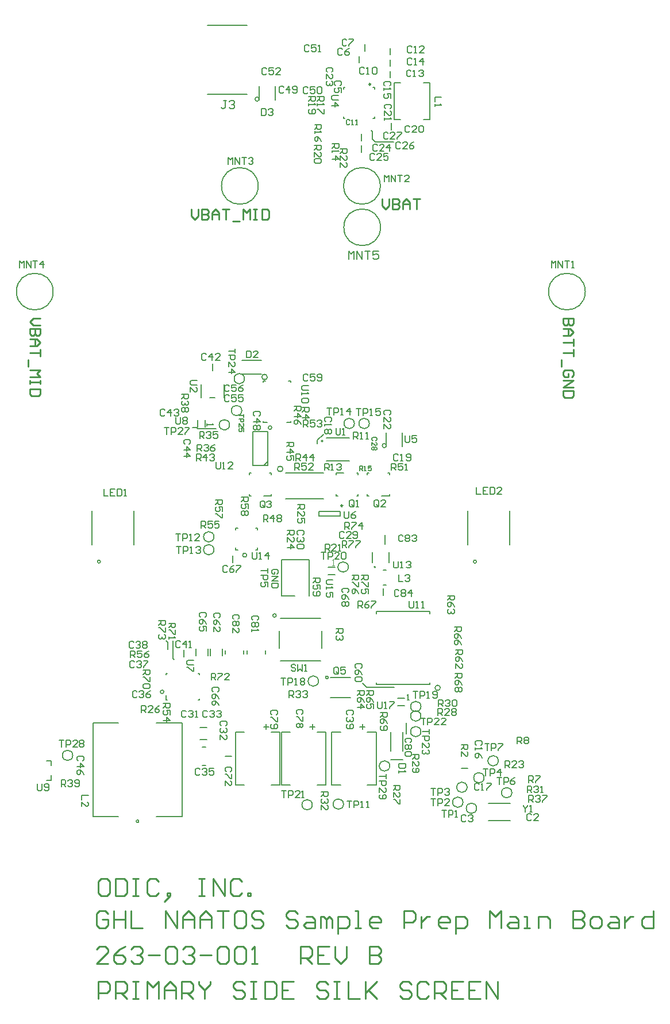
<source format=gto>
G04*
G04 #@! TF.GenerationSoftware,Altium Limited,Altium Designer,24.9.1 (31)*
G04*
G04 Layer_Color=65535*
%FSLAX44Y44*%
%MOMM*%
G71*
G04*
G04 #@! TF.SameCoordinates,7F96DF23-6EF7-4123-9D03-ABB94F86F5D4*
G04*
G04*
G04 #@! TF.FilePolarity,Positive*
G04*
G01*
G75*
%ADD10C,0.2030*%
%ADD11C,0.1524*%
%ADD12C,0.2000*%
%ADD13C,0.2500*%
%ADD14C,0.2032*%
%ADD15C,0.1500*%
%ADD16C,0.1270*%
%ADD17C,0.2540*%
%ADD18C,0.1250*%
D10*
X205933Y188629D02*
G03*
X206000Y188000I-2933J-629D01*
G01*
X411600Y349250D02*
G03*
X411600Y349250I-3000J0D01*
G01*
X224095Y859936D02*
G03*
X224095Y859936I-3000J0D01*
G01*
X189761Y225036D02*
Y228036D01*
X192761D01*
X189761Y196036D02*
X192761D01*
X189761D02*
Y199036D01*
X131000Y40000D02*
Y50000D01*
X149000Y40000D02*
Y50000D01*
X137000Y-66000D02*
X147000D01*
X137000Y-84000D02*
X147000D01*
X152000Y40000D02*
Y50000D01*
X170000Y40000D02*
Y50000D01*
X562000Y-203000D02*
X594000D01*
X562000Y-178000D02*
X594000D01*
X39500Y203000D02*
Y253000D01*
X-22500Y203000D02*
Y253000D01*
X593500Y203000D02*
Y253000D01*
X531500Y203000D02*
Y253000D01*
X423308Y830224D02*
X432308D01*
X423308Y884224D02*
X432308D01*
X466308Y830224D02*
X475308D01*
X466308Y884224D02*
X475308D01*
Y830224D02*
Y884224D01*
X423308Y830224D02*
Y884224D01*
D11*
X403000Y671000D02*
G03*
X403000Y671000I-27000J0D01*
G01*
X-79300Y576300D02*
G03*
X-79300Y576300I-27000J0D01*
G01*
X704800D02*
G03*
X704800Y576300I-27000J0D01*
G01*
X46905Y-204200D02*
G03*
X46905Y-204200I-1905J0D01*
G01*
X395626Y170430D02*
G03*
X395626Y170430I-1016J0D01*
G01*
X402750Y732000D02*
G03*
X402750Y732000I-27000J0D01*
G01*
X222750D02*
G03*
X222750Y732000I-27000J0D01*
G01*
X249440Y99060D02*
G03*
X249440Y99060I-2540J0D01*
G01*
X242870Y375776D02*
G03*
X242870Y375776I-2540J0D01*
G01*
X326005Y7714D02*
G03*
X326005Y7714I-2000J0D01*
G01*
X-20786Y-58785D02*
X16908D01*
X110786Y-197215D02*
Y-58785D01*
X73092D02*
X110786D01*
X-20786Y-197215D02*
Y-58785D01*
Y-197215D02*
X16908D01*
X73092D02*
X110786D01*
X415819Y176653D02*
Y192147D01*
X391181Y176653D02*
Y192147D01*
X257185Y-73070D02*
X270113D01*
X309788D02*
X322716D01*
Y-150540D02*
Y-73070D01*
X257185Y-150540D02*
X270113D01*
X257185D02*
Y-73070D01*
X309788Y-150540D02*
X322716D01*
X383788D02*
X396716D01*
X331185D02*
Y-73070D01*
Y-150540D02*
X344113D01*
X396716D02*
Y-73070D01*
X383788D02*
X396716D01*
X331185D02*
X344113D01*
X255434Y32258D02*
X314566D01*
X316242Y50716D02*
Y76284D01*
X255434Y94742D02*
X314566D01*
X253758Y50716D02*
Y76284D01*
X298320Y128330D02*
Y181670D01*
X257680Y128330D02*
Y181670D01*
X298320D01*
X257680Y128330D02*
X276330D01*
X138736Y420294D02*
Y439834D01*
X151834Y420294D02*
X159179D01*
X172276D02*
Y439834D01*
X229990Y383376D02*
X235740D01*
X265240D02*
X270990D01*
Y442626D02*
Y444376D01*
Y383376D02*
Y385126D01*
X229990Y444376D02*
X233710D01*
X267270D02*
X270990D01*
X229990Y442626D02*
Y444376D01*
Y383376D02*
Y385126D01*
X329005Y7714D02*
X359005D01*
X329005Y-22286D02*
X359005D01*
X241788Y-150540D02*
X254716D01*
X189184D02*
Y-73070D01*
Y-150540D02*
X202113D01*
X254716D02*
Y-73070D01*
X241788D02*
X254716D01*
X189184D02*
X202113D01*
X406741Y166303D02*
X411259D01*
X406741Y143697D02*
X411259D01*
D12*
X259225Y314950D02*
G03*
X259225Y314950I-4000J0D01*
G01*
X318014Y356000D02*
G03*
X318014Y356000I-1016J0D01*
G01*
X83800Y-13398D02*
G03*
X83800Y-13398I-2540J0D01*
G01*
X236225Y450450D02*
G03*
X236225Y450450I-4000J0D01*
G01*
X-9580Y178470D02*
G03*
X-9580Y178470I-2240J0D01*
G01*
X544420D02*
G03*
X544420Y178470I-2240J0D01*
G01*
X411500Y348250D02*
Y368250D01*
X435500Y348250D02*
Y368250D01*
X215225Y319950D02*
X237225D01*
Y369950D01*
X215225D02*
X237225D01*
X215225Y319950D02*
Y369950D01*
X231225Y320450D02*
X237225Y326450D01*
X312500Y245500D02*
X343500D01*
X312500Y252500D02*
X343500D01*
X312500Y245500D02*
Y252500D01*
X343500Y245500D02*
Y252500D01*
X323236Y327236D02*
X356764D01*
X323236Y360764D02*
X356764D01*
X134639Y-25529D02*
X136489D01*
Y-23679D01*
X134639Y13973D02*
X136489D01*
Y12123D02*
Y13973D01*
X86991Y12123D02*
Y13973D01*
X88841D01*
X86991Y-25527D02*
X88841D01*
X86991D02*
Y-18677D01*
X418110Y-113670D02*
X435890D01*
X436000Y-101000D02*
Y-73000D01*
X418000Y-101000D02*
Y-73000D01*
X302651Y-68625D02*
Y-61005D01*
X298841Y-64815D02*
X306460D01*
X199225Y475450D02*
X227225D01*
X199225Y454450D02*
X227225D01*
X247995Y858936D02*
Y878936D01*
X223995Y858936D02*
Y878936D01*
X372840Y-64815D02*
X380461D01*
X376651Y-68625D02*
Y-61005D01*
X144450Y376775D02*
Y387025D01*
X133450Y377025D02*
Y387025D01*
X-82505Y-121964D02*
Y-114714D01*
X-89005D02*
X-82505D01*
Y-143714D02*
Y-136464D01*
X-89005Y-143714D02*
X-82505D01*
X230840Y-64815D02*
X238461D01*
X234650Y-68625D02*
Y-61005D01*
X394308Y874724D02*
Y877224D01*
X391808D02*
X394308D01*
Y831224D02*
Y833724D01*
X391808Y831224D02*
X394308D01*
X348308Y874724D02*
Y877224D01*
X350808D01*
X348308Y831224D02*
X350808D01*
X348308D02*
Y833724D01*
X325745Y159036D02*
X335745D01*
X325745Y170036D02*
X335995D01*
X428214Y-22570D02*
X438464D01*
X428214Y-33570D02*
X438214D01*
D13*
X347250Y261000D02*
G03*
X347250Y261000I-1250J0D01*
G01*
X388558Y881724D02*
G03*
X388558Y881724I-1250J0D01*
G01*
D14*
X596620Y-162000D02*
G03*
X596620Y-162000I-7620J0D01*
G01*
X576620Y-115000D02*
G03*
X576620Y-115000I-7620J0D01*
G01*
X544620Y-185000D02*
G03*
X544620Y-185000I-7620J0D01*
G01*
X524620Y-176000D02*
G03*
X524620Y-176000I-7620J0D01*
G01*
X530620Y-154000D02*
G03*
X530620Y-154000I-7620J0D01*
G01*
X555620Y-140000D02*
G03*
X555620Y-140000I-7620J0D01*
G01*
X491074Y-7490D02*
G03*
X491074Y-7490I-3810J0D01*
G01*
X157620Y215000D02*
G03*
X157620Y215000I-7620J0D01*
G01*
Y196000D02*
G03*
X157620Y196000I-7620J0D01*
G01*
X364620Y382000D02*
G03*
X364620Y382000I-7620J0D01*
G01*
X386620D02*
G03*
X386620Y382000I-7620J0D01*
G01*
X311625Y2464D02*
G03*
X311625Y2464I-7620J0D01*
G01*
X462620Y-35000D02*
G03*
X462620Y-35000I-7620J0D01*
G01*
X355615Y170536D02*
G03*
X355615Y170536I-7620J0D01*
G01*
X302570Y-179805D02*
G03*
X302570Y-179805I-7620J0D01*
G01*
X462620Y-49000D02*
G03*
X462620Y-49000I-7620J0D01*
G01*
Y-72000D02*
G03*
X462620Y-72000I-7620J0D01*
G01*
X202620Y448000D02*
G03*
X202620Y448000I-7620J0D01*
G01*
X198620Y401000D02*
G03*
X198620Y401000I-7620J0D01*
G01*
X180620Y380000D02*
G03*
X180620Y380000I-7620J0D01*
G01*
X-50380Y-107000D02*
G03*
X-50380Y-107000I-7620J0D01*
G01*
X416620Y-122650D02*
G03*
X416620Y-122650I-7620J0D01*
G01*
X348571Y-178805D02*
G03*
X348571Y-178805I-7620J0D01*
G01*
X147790Y867200D02*
X206210D01*
X147790Y968800D02*
X206210D01*
X221861Y196036D02*
Y199036D01*
X218861Y196036D02*
X221861D01*
X218761Y228136D02*
X221761D01*
Y225136D02*
Y228136D01*
X263000Y271000D02*
X319000D01*
X263000Y309000D02*
X319000D01*
X397221Y-2791D02*
Y358D01*
Y104651D02*
X475707D01*
X397221Y101501D02*
Y104651D01*
Y-2791D02*
X475707D01*
Y358D01*
Y101501D02*
Y104651D01*
D15*
X310000Y357000D02*
X319000Y366000D01*
X310000Y352000D02*
Y357000D01*
X395000Y797000D02*
X422000D01*
X391000Y801000D02*
X395000Y797000D01*
X391000Y801000D02*
Y812000D01*
X389000Y814000D02*
X391000Y812000D01*
X134000Y374000D02*
X161000D01*
X132000Y376000D02*
X134000Y374000D01*
X126000Y376000D02*
X132000D01*
X174000Y373000D02*
X175000D01*
X90000Y49000D02*
Y59000D01*
X87000Y62000D02*
X90000Y59000D01*
X97000Y36000D02*
X99000Y34000D01*
X97000Y36000D02*
Y62000D01*
X441000Y-75000D02*
Y-59000D01*
X377000Y-1000D02*
X383000Y-7000D01*
X385000D01*
X387000D01*
X423000D01*
X231000Y275000D02*
X242250D01*
Y277470D01*
Y306530D02*
Y309000D01*
X239780D02*
X242250D01*
X209750D02*
X212220D01*
X209750Y306530D02*
Y309000D01*
Y275000D02*
Y277470D01*
Y275000D02*
X212220D01*
X367780Y309000D02*
X370250D01*
Y306530D02*
Y309000D01*
Y275000D02*
Y277470D01*
X367780Y275000D02*
X370250D01*
X337750D02*
X340220D01*
X337750D02*
Y277470D01*
Y306530D02*
Y309000D01*
X349000D01*
X383750Y275000D02*
X386220D01*
X383750D02*
Y277470D01*
Y306530D02*
Y309000D01*
X386220D01*
X413780D02*
X416250D01*
Y306530D02*
Y309000D01*
Y275000D02*
Y277470D01*
X405000Y275000D02*
X416250D01*
X146950Y381775D02*
Y378443D01*
Y380109D01*
X156947D01*
X155281Y381775D01*
X250831Y159836D02*
X252497Y161502D01*
Y164834D01*
X250831Y166500D01*
X244166D01*
X242500Y164834D01*
Y161502D01*
X244166Y159836D01*
X247498D01*
Y163168D01*
X242500Y156503D02*
X252497D01*
X242500Y149839D01*
X252497D01*
Y146507D02*
X242500D01*
Y141508D01*
X244166Y139842D01*
X250831D01*
X252497Y141508D01*
Y146507D01*
X419337Y313002D02*
Y322998D01*
X424336D01*
X426002Y321332D01*
Y318000D01*
X424336Y316334D01*
X419337D01*
X422669D02*
X426002Y313002D01*
X435998Y322998D02*
X429334D01*
Y318000D01*
X432666Y319666D01*
X434332D01*
X435998Y318000D01*
Y314668D01*
X434332Y313002D01*
X431000D01*
X429334Y314668D01*
X439331Y313002D02*
X442663D01*
X440997D01*
Y322998D01*
X439331Y321332D01*
X356007Y624002D02*
Y635998D01*
X360006Y631999D01*
X364005Y635998D01*
Y624002D01*
X368003D02*
Y635998D01*
X376001Y624002D01*
Y635998D01*
X379999D02*
X387997D01*
X383998D01*
Y624002D01*
X399993Y635998D02*
X391996D01*
Y630000D01*
X395994Y631999D01*
X397994D01*
X399993Y630000D01*
Y626001D01*
X397994Y624002D01*
X393995D01*
X391996Y626001D01*
X176001Y857998D02*
X172002D01*
X174001D01*
Y848001D01*
X172002Y846002D01*
X170003D01*
X168003Y848001D01*
X179999Y855999D02*
X181999Y857998D01*
X185997D01*
X187997Y855999D01*
Y853999D01*
X185997Y852000D01*
X183998D01*
X185997D01*
X187997Y850001D01*
Y848001D01*
X185997Y846002D01*
X181999D01*
X179999Y848001D01*
X556671Y-90002D02*
X563335D01*
X560003D01*
Y-99998D01*
X566668D02*
Y-90002D01*
X571666D01*
X573332Y-91668D01*
Y-95000D01*
X571666Y-96666D01*
X566668D01*
X576665Y-90002D02*
X583329D01*
Y-91668D01*
X576665Y-98332D01*
Y-99998D01*
X574671Y-140002D02*
X581335D01*
X578003D01*
Y-149998D01*
X584668D02*
Y-140002D01*
X589666D01*
X591332Y-141668D01*
Y-145000D01*
X589666Y-146666D01*
X584668D01*
X601329Y-140002D02*
X597997Y-141668D01*
X594664Y-145000D01*
Y-148332D01*
X596331Y-149998D01*
X599663D01*
X601329Y-148332D01*
Y-146666D01*
X599663Y-145000D01*
X594664D01*
X276806Y313137D02*
Y323133D01*
X281804D01*
X283470Y321467D01*
Y318135D01*
X281804Y316469D01*
X276806D01*
X280138D02*
X283470Y313137D01*
X293467Y323133D02*
X286803D01*
Y318135D01*
X290135Y319801D01*
X291801D01*
X293467Y318135D01*
Y314803D01*
X291801Y313137D01*
X288469D01*
X286803Y314803D01*
X303464Y313137D02*
X296800D01*
X303464Y319801D01*
Y321467D01*
X301798Y323133D01*
X298466D01*
X296800Y321467D01*
X281002Y262329D02*
X290998D01*
Y257331D01*
X289332Y255665D01*
X286000D01*
X284334Y257331D01*
Y262329D01*
Y258997D02*
X281002Y255665D01*
Y245668D02*
Y252332D01*
X287666Y245668D01*
X289332D01*
X290998Y247334D01*
Y250666D01*
X289332Y252332D01*
X290998Y235671D02*
Y242335D01*
X286000D01*
X287666Y239003D01*
Y237337D01*
X286000Y235671D01*
X282668D01*
X281002Y237337D01*
Y240669D01*
X282668Y242335D01*
X266002Y224329D02*
X275998D01*
Y219331D01*
X274332Y217665D01*
X271000D01*
X269334Y219331D01*
Y224329D01*
Y220997D02*
X266002Y217665D01*
Y207668D02*
Y214332D01*
X272666Y207668D01*
X274332D01*
X275998Y209334D01*
Y212666D01*
X274332Y214332D01*
X266002Y199337D02*
X275998D01*
X271000Y204335D01*
Y197671D01*
X338002Y79331D02*
X347998D01*
Y74332D01*
X346332Y72666D01*
X343000D01*
X341334Y74332D01*
Y79331D01*
Y75998D02*
X338002Y72666D01*
X346332Y69334D02*
X347998Y67668D01*
Y64335D01*
X346332Y62669D01*
X344666D01*
X343000Y64335D01*
Y66002D01*
Y64335D01*
X341334Y62669D01*
X339668D01*
X338002Y64335D01*
Y67668D01*
X339668Y69334D01*
X288332Y217665D02*
X289998Y219331D01*
Y222663D01*
X288332Y224329D01*
X281668D01*
X280002Y222663D01*
Y219331D01*
X281668Y217665D01*
X288332Y214332D02*
X289998Y212666D01*
Y209334D01*
X288332Y207668D01*
X286666D01*
X285000Y209334D01*
Y211000D01*
Y209334D01*
X283334Y207668D01*
X281668D01*
X280002Y209334D01*
Y212666D01*
X281668Y214332D01*
X288332Y204335D02*
X289998Y202669D01*
Y199337D01*
X288332Y197671D01*
X281668D01*
X280002Y199337D01*
Y202669D01*
X281668Y204335D01*
X288332D01*
X337336Y374998D02*
Y366668D01*
X339002Y365002D01*
X342334D01*
X344000Y366668D01*
Y374998D01*
X347332Y365002D02*
X350664D01*
X348998D01*
Y374998D01*
X347332Y373332D01*
X439669Y363998D02*
Y355668D01*
X441335Y354002D01*
X444668D01*
X446334Y355668D01*
Y363998D01*
X456331D02*
X449666D01*
Y359000D01*
X452998Y360666D01*
X454664D01*
X456331Y359000D01*
Y355668D01*
X454664Y354002D01*
X451332D01*
X449666Y355668D01*
X422504Y178998D02*
Y170668D01*
X424170Y169002D01*
X427502D01*
X429169Y170668D01*
Y178998D01*
X432501Y169002D02*
X435833D01*
X434167D01*
Y178998D01*
X432501Y177332D01*
X440831D02*
X442498Y178998D01*
X445830D01*
X447496Y177332D01*
Y175666D01*
X445830Y174000D01*
X444164D01*
X445830D01*
X447496Y172334D01*
Y170668D01*
X445830Y169002D01*
X442498D01*
X440831Y170668D01*
X127998Y33331D02*
X119668D01*
X118002Y31665D01*
Y28332D01*
X119668Y26666D01*
X127998D01*
Y23334D02*
Y16669D01*
X126332D01*
X119668Y23334D01*
X118002D01*
X83002Y-30671D02*
X92998D01*
Y-35669D01*
X91332Y-37336D01*
X88000D01*
X86334Y-35669D01*
Y-30671D01*
Y-34003D02*
X83002Y-37336D01*
X92998Y-47332D02*
Y-40668D01*
X88000D01*
X89666Y-44000D01*
Y-45666D01*
X88000Y-47332D01*
X84668D01*
X83002Y-45666D01*
Y-42334D01*
X84668Y-40668D01*
X83002Y-55663D02*
X92998D01*
X88000Y-50665D01*
Y-57329D01*
X34671Y37002D02*
Y46998D01*
X39669D01*
X41336Y45332D01*
Y42000D01*
X39669Y40334D01*
X34671D01*
X38003D02*
X41336Y37002D01*
X51332Y46998D02*
X44668D01*
Y42000D01*
X48000Y43666D01*
X49666D01*
X51332Y42000D01*
Y38668D01*
X49666Y37002D01*
X46334D01*
X44668Y38668D01*
X61329Y46998D02*
X57997Y45332D01*
X54665Y42000D01*
Y38668D01*
X56331Y37002D01*
X59663D01*
X61329Y38668D01*
Y40334D01*
X59663Y42000D01*
X54665D01*
X375002Y158329D02*
X384998D01*
Y153331D01*
X383332Y151664D01*
X380000D01*
X378334Y153331D01*
Y158329D01*
Y154997D02*
X375002Y151664D01*
X384998Y148332D02*
Y141668D01*
X383332D01*
X376668Y148332D01*
X375002D01*
X384998Y131671D02*
Y138335D01*
X380000D01*
X381666Y135003D01*
Y133337D01*
X380000Y131671D01*
X376668D01*
X375002Y133337D01*
Y136669D01*
X376668Y138335D01*
X320504Y313002D02*
Y322998D01*
X325502D01*
X327169Y321332D01*
Y318000D01*
X325502Y316334D01*
X320504D01*
X323836D02*
X327169Y313002D01*
X330501D02*
X333833D01*
X332167D01*
Y322998D01*
X330501Y321332D01*
X338831D02*
X340498Y322998D01*
X343830D01*
X345496Y321332D01*
Y319666D01*
X343830Y318000D01*
X342164D01*
X343830D01*
X345496Y316334D01*
Y314668D01*
X343830Y313002D01*
X340498D01*
X338831Y314668D01*
X363170Y359002D02*
Y368998D01*
X368169D01*
X369835Y367332D01*
Y364000D01*
X368169Y362334D01*
X363170D01*
X366502D02*
X369835Y359002D01*
X373167D02*
X376499D01*
X374833D01*
Y368998D01*
X373167Y367332D01*
X381498Y359002D02*
X384830D01*
X383164D01*
Y368998D01*
X381498Y367332D01*
X372253Y312501D02*
Y319499D01*
X375752D01*
X376918Y318333D01*
Y316000D01*
X375752Y314834D01*
X372253D01*
X374585D02*
X376918Y312501D01*
X379251D02*
X381583D01*
X380417D01*
Y319499D01*
X379251Y318333D01*
X389747Y319499D02*
X385082D01*
Y316000D01*
X387415Y317166D01*
X388581D01*
X389747Y316000D01*
Y313667D01*
X388581Y312501D01*
X386248D01*
X385082Y313667D01*
X346671Y199002D02*
Y208998D01*
X351669D01*
X353335Y207332D01*
Y204000D01*
X351669Y202334D01*
X346671D01*
X350003D02*
X353335Y199002D01*
X356668Y208998D02*
X363332D01*
Y207332D01*
X356668Y200668D01*
Y199002D01*
X366665Y208998D02*
X373329D01*
Y207332D01*
X366665Y200668D01*
Y199002D01*
X53002Y18329D02*
X62998D01*
Y13331D01*
X61332Y11665D01*
X58000D01*
X56334Y13331D01*
Y18329D01*
Y14997D02*
X53002Y11665D01*
X62998Y8332D02*
Y1668D01*
X61332D01*
X54668Y8332D01*
X53002D01*
X61332Y-1665D02*
X62998Y-3331D01*
Y-6663D01*
X61332Y-8329D01*
X54668D01*
X53002Y-6663D01*
Y-3331D01*
X54668Y-1665D01*
X61332D01*
X76002Y91329D02*
X85998D01*
Y86331D01*
X84332Y84664D01*
X81000D01*
X79334Y86331D01*
Y91329D01*
Y87997D02*
X76002Y84664D01*
X85998Y81332D02*
Y74668D01*
X84332D01*
X77668Y81332D01*
X76002D01*
X84332Y71336D02*
X85998Y69669D01*
Y66337D01*
X84332Y64671D01*
X82666D01*
X81000Y66337D01*
Y68003D01*
Y66337D01*
X79334Y64671D01*
X77668D01*
X76002Y66337D01*
Y69669D01*
X77668Y71336D01*
X350671Y226002D02*
Y235998D01*
X355669D01*
X357336Y234332D01*
Y231000D01*
X355669Y229334D01*
X350671D01*
X354003D02*
X357336Y226002D01*
X360668Y235998D02*
X367332D01*
Y234332D01*
X360668Y227668D01*
Y226002D01*
X375663D02*
Y235998D01*
X370664Y231000D01*
X377329D01*
X153671Y4002D02*
Y13998D01*
X158669D01*
X160336Y12332D01*
Y9000D01*
X158669Y7334D01*
X153671D01*
X157003D02*
X160336Y4002D01*
X163668Y13998D02*
X170332D01*
Y12332D01*
X163668Y5668D01*
Y4002D01*
X180329D02*
X173664D01*
X180329Y10666D01*
Y12332D01*
X178663Y13998D01*
X175331D01*
X173664Y12332D01*
X361002Y158329D02*
X370998D01*
Y153331D01*
X369332Y151664D01*
X366000D01*
X364334Y153331D01*
Y158329D01*
Y154997D02*
X361002Y151664D01*
X370998Y148332D02*
Y141668D01*
X369332D01*
X362668Y148332D01*
X361002D01*
X370998Y131671D02*
X369332Y135003D01*
X366000Y138335D01*
X362668D01*
X361002Y136669D01*
Y133337D01*
X362668Y131671D01*
X364334D01*
X366000Y133337D01*
Y138335D01*
X91002Y87663D02*
X100998D01*
Y82664D01*
X99332Y80998D01*
X96000D01*
X94334Y82664D01*
Y87663D01*
Y84331D02*
X91002Y80998D01*
X100998Y77666D02*
Y71002D01*
X99332D01*
X92668Y77666D01*
X91002D01*
Y67669D02*
Y64337D01*
Y66003D01*
X100998D01*
X99332Y67669D01*
X-128924Y611717D02*
Y621713D01*
X-125591Y618381D01*
X-122259Y621713D01*
Y611717D01*
X-118927D02*
Y621713D01*
X-112262Y611717D01*
Y621713D01*
X-108930D02*
X-102266D01*
X-105598D01*
Y611717D01*
X-93935D02*
Y621713D01*
X-98933Y616715D01*
X-92269D01*
X178673Y764002D02*
Y773998D01*
X182005Y770666D01*
X185337Y773998D01*
Y764002D01*
X188669D02*
Y773998D01*
X195334Y764002D01*
Y773998D01*
X198666D02*
X205331D01*
X201998D01*
Y764002D01*
X208663Y772332D02*
X210329Y773998D01*
X213661D01*
X215327Y772332D01*
Y770666D01*
X213661Y769000D01*
X211995D01*
X213661D01*
X215327Y767334D01*
Y765668D01*
X213661Y764002D01*
X210329D01*
X208663Y765668D01*
X408673Y738002D02*
Y747998D01*
X412005Y744666D01*
X415337Y747998D01*
Y738002D01*
X418669D02*
Y747998D01*
X425334Y738002D01*
Y747998D01*
X428666D02*
X435331D01*
X431998D01*
Y738002D01*
X445327D02*
X438663D01*
X445327Y744666D01*
Y746332D01*
X443661Y747998D01*
X440329D01*
X438663Y746332D01*
X654843Y611717D02*
Y621713D01*
X658176Y618381D01*
X661508Y621713D01*
Y611717D01*
X664840D02*
Y621713D01*
X671505Y611717D01*
Y621713D01*
X674837D02*
X681501D01*
X678169D01*
Y611717D01*
X684834D02*
X688166D01*
X686500D01*
Y621713D01*
X684834Y620047D01*
X429669Y158998D02*
Y149002D01*
X436334D01*
X439666Y157332D02*
X441332Y158998D01*
X444664D01*
X446331Y157332D01*
Y155666D01*
X444664Y154000D01*
X442998D01*
X444664D01*
X446331Y152334D01*
Y150668D01*
X444664Y149002D01*
X441332D01*
X439666Y150668D01*
X-27002Y-165669D02*
X-36998D01*
Y-172334D01*
Y-182331D02*
Y-175666D01*
X-30334Y-182331D01*
X-28668D01*
X-27002Y-180665D01*
Y-177332D01*
X-28668Y-175666D01*
X430336Y135332D02*
X428669Y136998D01*
X425337D01*
X423671Y135332D01*
Y128668D01*
X425337Y127002D01*
X428669D01*
X430336Y128668D01*
X433668Y135332D02*
X435334Y136998D01*
X438666D01*
X440332Y135332D01*
Y133666D01*
X438666Y132000D01*
X440332Y130334D01*
Y128668D01*
X438666Y127002D01*
X435334D01*
X433668Y128668D01*
Y130334D01*
X435334Y132000D01*
X433668Y133666D01*
Y135332D01*
X435334Y132000D02*
X438666D01*
X448663Y127002D02*
Y136998D01*
X443665Y132000D01*
X450329D01*
X39335Y59332D02*
X37669Y60998D01*
X34337D01*
X32671Y59332D01*
Y52668D01*
X34337Y51002D01*
X37669D01*
X39335Y52668D01*
X42668Y59332D02*
X44334Y60998D01*
X47666D01*
X49332Y59332D01*
Y57666D01*
X47666Y56000D01*
X46000D01*
X47666D01*
X49332Y54334D01*
Y52668D01*
X47666Y51002D01*
X44334D01*
X42668Y52668D01*
X52664Y59332D02*
X54331Y60998D01*
X57663D01*
X59329Y59332D01*
Y57666D01*
X57663Y56000D01*
X59329Y54334D01*
Y52668D01*
X57663Y51002D01*
X54331D01*
X52664Y52668D01*
Y54334D01*
X54331Y56000D01*
X52664Y57666D01*
Y59332D01*
X54331Y56000D02*
X57663D01*
X117002Y-42668D02*
X115336Y-41002D01*
X112003D01*
X110337Y-42668D01*
Y-49332D01*
X112003Y-50998D01*
X115336D01*
X117002Y-49332D01*
X120334Y-42668D02*
X122000Y-41002D01*
X125332D01*
X126998Y-42668D01*
Y-44334D01*
X125332Y-46000D01*
X123666D01*
X125332D01*
X126998Y-47666D01*
Y-49332D01*
X125332Y-50998D01*
X122000D01*
X120334Y-49332D01*
X130331Y-50998D02*
X133663D01*
X131997D01*
Y-41002D01*
X130331Y-42668D01*
X144332Y96664D02*
X145998Y98331D01*
Y101663D01*
X144332Y103329D01*
X137668D01*
X136002Y101663D01*
Y98331D01*
X137668Y96664D01*
X145998Y86668D02*
X144332Y90000D01*
X141000Y93332D01*
X137668D01*
X136002Y91666D01*
Y88334D01*
X137668Y86668D01*
X139334D01*
X141000Y88334D01*
Y93332D01*
X145998Y76671D02*
Y83335D01*
X141000D01*
X142666Y80003D01*
Y78337D01*
X141000Y76671D01*
X137668D01*
X136002Y78337D01*
Y81669D01*
X137668Y83335D01*
X436335Y216332D02*
X434669Y217998D01*
X431337D01*
X429671Y216332D01*
Y209668D01*
X431337Y208002D01*
X434669D01*
X436335Y209668D01*
X439668Y216332D02*
X441334Y217998D01*
X444666D01*
X446332Y216332D01*
Y214666D01*
X444666Y213000D01*
X446332Y211334D01*
Y209668D01*
X444666Y208002D01*
X441334D01*
X439668Y209668D01*
Y211334D01*
X441334Y213000D01*
X439668Y214666D01*
Y216332D01*
X441334Y213000D02*
X444666D01*
X449664Y216332D02*
X451331Y217998D01*
X454663D01*
X456329Y216332D01*
Y214666D01*
X454663Y213000D01*
X452997D01*
X454663D01*
X456329Y211334D01*
Y209668D01*
X454663Y208002D01*
X451331D01*
X449664Y209668D01*
X416332Y394664D02*
X417998Y396331D01*
Y399663D01*
X416332Y401329D01*
X409668D01*
X408002Y399663D01*
Y396331D01*
X409668Y394664D01*
X408002Y384668D02*
Y391332D01*
X414666Y384668D01*
X416332D01*
X417998Y386334D01*
Y389666D01*
X416332Y391332D01*
X408002Y374671D02*
Y381335D01*
X414666Y374671D01*
X416332D01*
X417998Y376337D01*
Y379669D01*
X416332Y381335D01*
X396333Y356665D02*
X397499Y357831D01*
Y360164D01*
X396333Y361330D01*
X391667D01*
X390501Y360164D01*
Y357831D01*
X391667Y356665D01*
X390501Y349667D02*
Y354333D01*
X395166Y349667D01*
X396333D01*
X397499Y350834D01*
Y353166D01*
X396333Y354333D01*
Y347335D02*
X397499Y346169D01*
Y343836D01*
X396333Y342670D01*
X395166D01*
X394000Y343836D01*
X392834Y342670D01*
X391667D01*
X390501Y343836D01*
Y346169D01*
X391667Y347335D01*
X392834D01*
X394000Y346169D01*
X395166Y347335D01*
X396333D01*
X394000Y346169D02*
Y343836D01*
X329332Y384832D02*
X330998Y386498D01*
Y389830D01*
X329332Y391496D01*
X322668D01*
X321002Y389830D01*
Y386498D01*
X322668Y384832D01*
X321002Y381499D02*
Y378167D01*
Y379833D01*
X330998D01*
X329332Y381499D01*
Y373168D02*
X330998Y371502D01*
Y368170D01*
X329332Y366504D01*
X327666D01*
X326000Y368170D01*
X324334Y366504D01*
X322668D01*
X321002Y368170D01*
Y371502D01*
X322668Y373168D01*
X324334D01*
X326000Y371502D01*
X327666Y373168D01*
X329332D01*
X326000Y371502D02*
Y368170D01*
X40335Y30332D02*
X38669Y31998D01*
X35337D01*
X33671Y30332D01*
Y23668D01*
X35337Y22002D01*
X38669D01*
X40335Y23668D01*
X43668Y30332D02*
X45334Y31998D01*
X48666D01*
X50332Y30332D01*
Y28666D01*
X48666Y27000D01*
X47000D01*
X48666D01*
X50332Y25334D01*
Y23668D01*
X48666Y22002D01*
X45334D01*
X43668Y23668D01*
X53664Y31998D02*
X60329D01*
Y30332D01*
X53664Y23668D01*
Y22002D01*
X429169Y335332D02*
X427502Y336998D01*
X424170D01*
X422504Y335332D01*
Y328668D01*
X424170Y327002D01*
X427502D01*
X429169Y328668D01*
X432501Y327002D02*
X435833D01*
X434167D01*
Y336998D01*
X432501Y335332D01*
X440831Y328668D02*
X442498Y327002D01*
X445830D01*
X447496Y328668D01*
Y335332D01*
X445830Y336998D01*
X442498D01*
X440831Y335332D01*
Y333666D01*
X442498Y332000D01*
X447496D01*
X137336Y-127668D02*
X135669Y-126002D01*
X132337D01*
X130671Y-127668D01*
Y-134332D01*
X132337Y-135998D01*
X135669D01*
X137336Y-134332D01*
X140668Y-127668D02*
X142334Y-126002D01*
X145666D01*
X147332Y-127668D01*
Y-129334D01*
X145666Y-131000D01*
X144000D01*
X145666D01*
X147332Y-132666D01*
Y-134332D01*
X145666Y-135998D01*
X142334D01*
X140668Y-134332D01*
X157329Y-126002D02*
X150665D01*
Y-131000D01*
X153997Y-129334D01*
X155663D01*
X157329Y-131000D01*
Y-134332D01*
X155663Y-135998D01*
X152331D01*
X150665Y-134332D01*
X165332Y95665D02*
X166998Y97331D01*
Y100663D01*
X165332Y102329D01*
X158668D01*
X157002Y100663D01*
Y97331D01*
X158668Y95665D01*
X166998Y85668D02*
X165332Y89000D01*
X162000Y92332D01*
X158668D01*
X157002Y90666D01*
Y87334D01*
X158668Y85668D01*
X160334D01*
X162000Y87334D01*
Y92332D01*
X157002Y75671D02*
Y82335D01*
X163666Y75671D01*
X165332D01*
X166998Y77337D01*
Y80669D01*
X165332Y82335D01*
X148336Y-42668D02*
X146669Y-41002D01*
X143337D01*
X141671Y-42668D01*
Y-49332D01*
X143337Y-50998D01*
X146669D01*
X148336Y-49332D01*
X151668Y-42668D02*
X153334Y-41002D01*
X156666D01*
X158332Y-42668D01*
Y-44334D01*
X156666Y-46000D01*
X155000D01*
X156666D01*
X158332Y-47666D01*
Y-49332D01*
X156666Y-50998D01*
X153334D01*
X151668Y-49332D01*
X161665Y-42668D02*
X163331Y-41002D01*
X166663D01*
X168329Y-42668D01*
Y-44334D01*
X166663Y-46000D01*
X164997D01*
X166663D01*
X168329Y-47666D01*
Y-49332D01*
X166663Y-50998D01*
X163331D01*
X161665Y-49332D01*
X193332Y93665D02*
X194998Y95331D01*
Y98663D01*
X193332Y100329D01*
X186668D01*
X185002Y98663D01*
Y95331D01*
X186668Y93665D01*
X193332Y90332D02*
X194998Y88666D01*
Y85334D01*
X193332Y83668D01*
X191666D01*
X190000Y85334D01*
X188334Y83668D01*
X186668D01*
X185002Y85334D01*
Y88666D01*
X186668Y90332D01*
X188334D01*
X190000Y88666D01*
X191666Y90332D01*
X193332D01*
X190000Y88666D02*
Y85334D01*
X185002Y73671D02*
Y80335D01*
X191666Y73671D01*
X193332D01*
X194998Y75337D01*
Y78669D01*
X193332Y80335D01*
X108002Y60332D02*
X106335Y61998D01*
X103003D01*
X101337Y60332D01*
Y53668D01*
X103003Y52002D01*
X106335D01*
X108002Y53668D01*
X116332Y52002D02*
Y61998D01*
X111334Y57000D01*
X117998D01*
X121331Y52002D02*
X124663D01*
X122997D01*
Y61998D01*
X121331Y60332D01*
X175332Y-63335D02*
X176998Y-61669D01*
Y-58337D01*
X175332Y-56671D01*
X168668D01*
X167002Y-58337D01*
Y-61669D01*
X168668Y-63335D01*
X175332Y-66668D02*
X176998Y-68334D01*
Y-71666D01*
X175332Y-73332D01*
X173666D01*
X172000Y-71666D01*
Y-70000D01*
Y-71666D01*
X170334Y-73332D01*
X168668D01*
X167002Y-71666D01*
Y-68334D01*
X168668Y-66668D01*
X167002Y-83329D02*
Y-76665D01*
X173666Y-83329D01*
X175332D01*
X176998Y-81663D01*
Y-78331D01*
X175332Y-76665D01*
X163332Y-13335D02*
X164998Y-11669D01*
Y-8337D01*
X163332Y-6671D01*
X156668D01*
X155002Y-8337D01*
Y-11669D01*
X156668Y-13335D01*
X164998Y-23332D02*
X163332Y-20000D01*
X160000Y-16668D01*
X156668D01*
X155002Y-18334D01*
Y-21666D01*
X156668Y-23332D01*
X158334D01*
X160000Y-21666D01*
Y-16668D01*
X164998Y-33329D02*
X163332Y-29997D01*
X160000Y-26665D01*
X156668D01*
X155002Y-28331D01*
Y-31663D01*
X156668Y-33329D01*
X158334D01*
X160000Y-31663D01*
Y-26665D01*
X44335Y-13668D02*
X42669Y-12002D01*
X39337D01*
X37671Y-13668D01*
Y-20332D01*
X39337Y-21998D01*
X42669D01*
X44335Y-20332D01*
X47668Y-13668D02*
X49334Y-12002D01*
X52666D01*
X54332Y-13668D01*
Y-15334D01*
X52666Y-17000D01*
X51000D01*
X52666D01*
X54332Y-18666D01*
Y-20332D01*
X52666Y-21998D01*
X49334D01*
X47668Y-20332D01*
X64329Y-12002D02*
X60997Y-13668D01*
X57664Y-17000D01*
Y-20332D01*
X59331Y-21998D01*
X62663D01*
X64329Y-20332D01*
Y-18666D01*
X62663Y-17000D01*
X57664D01*
X221332Y91998D02*
X222998Y93665D01*
Y96997D01*
X221332Y98663D01*
X214668D01*
X213002Y96997D01*
Y93665D01*
X214668Y91998D01*
X221332Y88666D02*
X222998Y87000D01*
Y83668D01*
X221332Y82002D01*
X219666D01*
X218000Y83668D01*
X216334Y82002D01*
X214668D01*
X213002Y83668D01*
Y87000D01*
X214668Y88666D01*
X216334D01*
X218000Y87000D01*
X219666Y88666D01*
X221332D01*
X218000Y87000D02*
Y83668D01*
X213002Y78669D02*
Y75337D01*
Y77003D01*
X222998D01*
X221332Y78669D01*
X50671Y-43998D02*
Y-34002D01*
X55669D01*
X57336Y-35668D01*
Y-39000D01*
X55669Y-40666D01*
X50671D01*
X54003D02*
X57336Y-43998D01*
X67332D02*
X60668D01*
X67332Y-37334D01*
Y-35668D01*
X65666Y-34002D01*
X62334D01*
X60668Y-35668D01*
X77329Y-34002D02*
X73997Y-35668D01*
X70665Y-39000D01*
Y-42332D01*
X72331Y-43998D01*
X75663D01*
X77329Y-42332D01*
Y-40666D01*
X75663Y-39000D01*
X70665D01*
X343332Y879666D02*
X344998Y881332D01*
Y884665D01*
X343332Y886331D01*
X336668D01*
X335002Y884665D01*
Y881332D01*
X336668Y879666D01*
X344998Y869669D02*
Y876334D01*
X340000D01*
X341666Y873002D01*
Y871335D01*
X340000Y869669D01*
X336668D01*
X335002Y871335D01*
Y874668D01*
X336668Y876334D01*
X347334Y933332D02*
X345668Y934998D01*
X342336D01*
X340669Y933332D01*
Y926668D01*
X342336Y925002D01*
X345668D01*
X347334Y926668D01*
X357331Y934998D02*
X353998Y933332D01*
X350666Y930000D01*
Y926668D01*
X352332Y925002D01*
X355664D01*
X357331Y926668D01*
Y928334D01*
X355664Y930000D01*
X350666D01*
X353334Y946332D02*
X351668Y947998D01*
X348335D01*
X346669Y946332D01*
Y939668D01*
X348335Y938002D01*
X351668D01*
X353334Y939668D01*
X356666Y947998D02*
X363331D01*
Y946332D01*
X356666Y939668D01*
Y938002D01*
X379169Y905332D02*
X377502Y906998D01*
X374170D01*
X372504Y905332D01*
Y898668D01*
X374170Y897002D01*
X377502D01*
X379169Y898668D01*
X382501Y897002D02*
X385833D01*
X384167D01*
Y906998D01*
X382501Y905332D01*
X390831D02*
X392498Y906998D01*
X395830D01*
X397496Y905332D01*
Y898668D01*
X395830Y897002D01*
X392498D01*
X390831Y898668D01*
Y905332D01*
X357876Y828499D02*
X356626Y829749D01*
X354127D01*
X352878Y828499D01*
Y823501D01*
X354127Y822251D01*
X356626D01*
X357876Y823501D01*
X360375Y822251D02*
X362874D01*
X361625D01*
Y829749D01*
X360375Y828499D01*
X366623Y822251D02*
X369122D01*
X367873D01*
Y829749D01*
X366623Y828499D01*
X449169Y936332D02*
X447502Y937998D01*
X444170D01*
X442504Y936332D01*
Y929668D01*
X444170Y928002D01*
X447502D01*
X449169Y929668D01*
X452501Y928002D02*
X455833D01*
X454167D01*
Y937998D01*
X452501Y936332D01*
X467496Y928002D02*
X460831D01*
X467496Y934666D01*
Y936332D01*
X465830Y937998D01*
X462498D01*
X460831Y936332D01*
X448168Y901332D02*
X446502Y902998D01*
X443170D01*
X441504Y901332D01*
Y894668D01*
X443170Y893002D01*
X446502D01*
X448168Y894668D01*
X451501Y893002D02*
X454833D01*
X453167D01*
Y902998D01*
X451501Y901332D01*
X459832D02*
X461498Y902998D01*
X464830D01*
X466496Y901332D01*
Y899666D01*
X464830Y898000D01*
X463164D01*
X464830D01*
X466496Y896334D01*
Y894668D01*
X464830Y893002D01*
X461498D01*
X459832Y894668D01*
X449169Y918332D02*
X447502Y919998D01*
X444170D01*
X442504Y918332D01*
Y911668D01*
X444170Y910002D01*
X447502D01*
X449169Y911668D01*
X452501Y910002D02*
X455833D01*
X454167D01*
Y919998D01*
X452501Y918332D01*
X465830Y910002D02*
Y919998D01*
X460831Y915000D01*
X467496D01*
X416328Y879368D02*
X417994Y881034D01*
Y884366D01*
X416328Y886032D01*
X409663D01*
X407997Y884366D01*
Y881034D01*
X409663Y879368D01*
X407997Y876035D02*
Y872703D01*
Y874369D01*
X417994D01*
X416328Y876035D01*
X417994Y861040D02*
Y867705D01*
X412995D01*
X414661Y864372D01*
Y862706D01*
X412995Y861040D01*
X409663D01*
X407997Y862706D01*
Y866038D01*
X409663Y867705D01*
X446018Y819181D02*
X444352Y820847D01*
X441020D01*
X439354Y819181D01*
Y812516D01*
X441020Y810850D01*
X444352D01*
X446018Y812516D01*
X456015Y810850D02*
X449351D01*
X456015Y817514D01*
Y819181D01*
X454349Y820847D01*
X451017D01*
X449351Y819181D01*
X459347D02*
X461013Y820847D01*
X464346D01*
X466012Y819181D01*
Y812516D01*
X464346Y810850D01*
X461013D01*
X459347Y812516D01*
Y819181D01*
X417328Y845534D02*
X418994Y847200D01*
Y850533D01*
X417328Y852199D01*
X410663D01*
X408997Y850533D01*
Y847200D01*
X410663Y845534D01*
X408997Y835538D02*
Y842202D01*
X415662Y835538D01*
X417328D01*
X418994Y837204D01*
Y840536D01*
X417328Y842202D01*
X408997Y832205D02*
Y828873D01*
Y830539D01*
X418994D01*
X417328Y832205D01*
X331332Y899665D02*
X332998Y901331D01*
Y904663D01*
X331332Y906329D01*
X324668D01*
X323002Y904663D01*
Y901331D01*
X324668Y899665D01*
X323002Y889668D02*
Y896332D01*
X329666Y889668D01*
X331332D01*
X332998Y891334D01*
Y894666D01*
X331332Y896332D01*
Y886336D02*
X332998Y884669D01*
Y881337D01*
X331332Y879671D01*
X329666D01*
X328000Y881337D01*
Y883003D01*
Y881337D01*
X326334Y879671D01*
X324668D01*
X323002Y881337D01*
Y884669D01*
X324668Y886336D01*
X398335Y791332D02*
X396669Y792998D01*
X393337D01*
X391671Y791332D01*
Y784668D01*
X393337Y783002D01*
X396669D01*
X398335Y784668D01*
X408332Y783002D02*
X401668D01*
X408332Y789666D01*
Y791332D01*
X406666Y792998D01*
X403334D01*
X401668Y791332D01*
X416663Y783002D02*
Y792998D01*
X411665Y788000D01*
X418329D01*
X394336Y778332D02*
X392669Y779998D01*
X389337D01*
X387671Y778332D01*
Y771668D01*
X389337Y770002D01*
X392669D01*
X394336Y771668D01*
X404332Y770002D02*
X397668D01*
X404332Y776666D01*
Y778332D01*
X402666Y779998D01*
X399334D01*
X397668Y778332D01*
X414329Y779998D02*
X407664D01*
Y775000D01*
X410997Y776666D01*
X412663D01*
X414329Y775000D01*
Y771668D01*
X412663Y770002D01*
X409331D01*
X407664Y771668D01*
X432336Y795332D02*
X430669Y796998D01*
X427337D01*
X425671Y795332D01*
Y788668D01*
X427337Y787002D01*
X430669D01*
X432336Y788668D01*
X442332Y787002D02*
X435668D01*
X442332Y793666D01*
Y795332D01*
X440666Y796998D01*
X437334D01*
X435668Y795332D01*
X452329Y796998D02*
X448997Y795332D01*
X445664Y792000D01*
Y788668D01*
X447331Y787002D01*
X450663D01*
X452329Y788668D01*
Y790334D01*
X450663Y792000D01*
X445664D01*
X414336Y809332D02*
X412669Y810998D01*
X409337D01*
X407671Y809332D01*
Y802668D01*
X409337Y801002D01*
X412669D01*
X414336Y802668D01*
X424332Y801002D02*
X417668D01*
X424332Y807666D01*
Y809332D01*
X422666Y810998D01*
X419334D01*
X417668Y809332D01*
X427664Y810998D02*
X434329D01*
Y809332D01*
X427664Y802668D01*
Y801002D01*
X492998Y862664D02*
X483002D01*
Y856000D01*
Y852668D02*
Y849335D01*
Y851002D01*
X492998D01*
X491332Y852668D01*
X332002Y794496D02*
X341998D01*
Y789498D01*
X340332Y787831D01*
X337000D01*
X335334Y789498D01*
Y794496D01*
Y791164D02*
X332002Y787831D01*
Y784499D02*
Y781167D01*
Y782833D01*
X341998D01*
X340332Y784499D01*
X332002Y771170D02*
X341998D01*
X337000Y776169D01*
Y769504D01*
X306002Y822496D02*
X315998D01*
Y817498D01*
X314332Y815832D01*
X311000D01*
X309334Y817498D01*
Y822496D01*
Y819164D02*
X306002Y815832D01*
Y812499D02*
Y809167D01*
Y810833D01*
X315998D01*
X314332Y812499D01*
X315998Y797504D02*
X314332Y800836D01*
X311000Y804168D01*
X307668D01*
X306002Y802502D01*
Y799170D01*
X307668Y797504D01*
X309334D01*
X311000Y799170D01*
Y804168D01*
X310002Y863496D02*
X319998D01*
Y858497D01*
X318332Y856831D01*
X315000D01*
X313334Y858497D01*
Y863496D01*
Y860164D02*
X310002Y856831D01*
Y853499D02*
Y850167D01*
Y851833D01*
X319998D01*
X318332Y853499D01*
X319998Y845169D02*
Y838504D01*
X318332D01*
X311668Y845169D01*
X310002D01*
X297002Y863496D02*
X306998D01*
Y858497D01*
X305332Y856831D01*
X302000D01*
X300334Y858497D01*
Y863496D01*
Y860164D02*
X297002Y856831D01*
Y853499D02*
Y850167D01*
Y851833D01*
X306998D01*
X305332Y853499D01*
X298668Y845169D02*
X297002Y843502D01*
Y840170D01*
X298668Y838504D01*
X305332D01*
X306998Y840170D01*
Y843502D01*
X305332Y845169D01*
X303666D01*
X302000Y843502D01*
Y838504D01*
X305497Y791865D02*
X315494D01*
Y786867D01*
X313828Y785201D01*
X310495D01*
X308829Y786867D01*
Y791865D01*
Y788533D02*
X305497Y785201D01*
Y775204D02*
Y781868D01*
X312162Y775204D01*
X313828D01*
X315494Y776870D01*
Y780202D01*
X313828Y781868D01*
Y771871D02*
X315494Y770205D01*
Y766873D01*
X313828Y765207D01*
X307163D01*
X305497Y766873D01*
Y770205D01*
X307163Y771871D01*
X313828D01*
X344002Y786329D02*
X353998D01*
Y781331D01*
X352332Y779665D01*
X349000D01*
X347334Y781331D01*
Y786329D01*
Y782997D02*
X344002Y779665D01*
Y769668D02*
Y776332D01*
X350666Y769668D01*
X352332D01*
X353998Y771334D01*
Y774666D01*
X352332Y776332D01*
X344002Y759671D02*
Y766335D01*
X350666Y759671D01*
X352332D01*
X353998Y761337D01*
Y764669D01*
X352332Y766335D01*
X340740Y865296D02*
X332409D01*
X330743Y863630D01*
Y860297D01*
X332409Y858631D01*
X340740D01*
X330743Y850301D02*
X340740D01*
X335741Y855299D01*
Y848634D01*
X289671Y377002D02*
Y386998D01*
X294669D01*
X296336Y385332D01*
Y382000D01*
X294669Y380334D01*
X289671D01*
X293003D02*
X296336Y377002D01*
X306332Y386998D02*
X299668D01*
Y382000D01*
X303000Y383666D01*
X304666D01*
X306332Y382000D01*
Y378668D01*
X304666Y377002D01*
X301334D01*
X299668Y378668D01*
X309664Y385332D02*
X311331Y386998D01*
X314663D01*
X316329Y385332D01*
Y383666D01*
X314663Y382000D01*
X312997D01*
X314663D01*
X316329Y380334D01*
Y378668D01*
X314663Y377002D01*
X311331D01*
X309664Y378668D01*
X439998Y-119335D02*
X430002D01*
Y-124334D01*
X431668Y-126000D01*
X438332D01*
X439998Y-124334D01*
Y-119335D01*
X430002Y-129332D02*
Y-132665D01*
Y-130998D01*
X439998D01*
X438332Y-129332D01*
X410998Y-134673D02*
Y-141337D01*
Y-138005D01*
X401002D01*
Y-144669D02*
X410998D01*
Y-149668D01*
X409332Y-151334D01*
X406000D01*
X404334Y-149668D01*
Y-144669D01*
X401002Y-161331D02*
Y-154666D01*
X407666Y-161331D01*
X409332D01*
X410998Y-159665D01*
Y-156332D01*
X409332Y-154666D01*
X402668Y-164663D02*
X401002Y-166329D01*
Y-169661D01*
X402668Y-171327D01*
X409332D01*
X410998Y-169661D01*
Y-166329D01*
X409332Y-164663D01*
X407666D01*
X406000Y-166329D01*
Y-171327D01*
X-70327Y-85002D02*
X-63663D01*
X-66995D01*
Y-94998D01*
X-60331D02*
Y-85002D01*
X-55332D01*
X-53666Y-86668D01*
Y-90000D01*
X-55332Y-91666D01*
X-60331D01*
X-43669Y-94998D02*
X-50334D01*
X-43669Y-88334D01*
Y-86668D01*
X-45335Y-85002D01*
X-48668D01*
X-50334Y-86668D01*
X-40337D02*
X-38671Y-85002D01*
X-35339D01*
X-33673Y-86668D01*
Y-88334D01*
X-35339Y-90000D01*
X-33673Y-91666D01*
Y-93332D01*
X-35339Y-94998D01*
X-38671D01*
X-40337Y-93332D01*
Y-91666D01*
X-38671Y-90000D01*
X-40337Y-88334D01*
Y-86668D01*
X-38671Y-90000D02*
X-35339D01*
X84673Y375998D02*
X91337D01*
X88005D01*
Y366002D01*
X94669D02*
Y375998D01*
X99668D01*
X101334Y374332D01*
Y371000D01*
X99668Y369334D01*
X94669D01*
X111331Y366002D02*
X104666D01*
X111331Y372666D01*
Y374332D01*
X109664Y375998D01*
X106332D01*
X104666Y374332D01*
X114663Y375998D02*
X121327D01*
Y374332D01*
X114663Y367668D01*
Y366002D01*
X201499Y395829D02*
Y391164D01*
Y393497D01*
X194501D01*
Y388831D02*
X201499D01*
Y385333D01*
X200333Y384166D01*
X198000D01*
X196834Y385333D01*
Y388831D01*
X194501Y377169D02*
Y381834D01*
X199166Y377169D01*
X200333D01*
X201499Y378335D01*
Y380667D01*
X200333Y381834D01*
X201499Y370171D02*
Y374836D01*
X198000D01*
X199166Y372503D01*
Y371337D01*
X198000Y370171D01*
X195667D01*
X194501Y371337D01*
Y373670D01*
X195667Y374836D01*
X188998Y492327D02*
Y485663D01*
Y488995D01*
X179002D01*
Y482331D02*
X188998D01*
Y477332D01*
X187332Y475666D01*
X184000D01*
X182334Y477332D01*
Y482331D01*
X179002Y465669D02*
Y472334D01*
X185666Y465669D01*
X187332D01*
X188998Y467335D01*
Y470668D01*
X187332Y472334D01*
X179002Y457339D02*
X188998D01*
X184000Y462337D01*
Y455672D01*
X474998Y-68673D02*
Y-75337D01*
Y-72005D01*
X465002D01*
Y-78669D02*
X474998D01*
Y-83668D01*
X473332Y-85334D01*
X470000D01*
X468334Y-83668D01*
Y-78669D01*
X465002Y-95331D02*
Y-88666D01*
X471666Y-95331D01*
X473332D01*
X474998Y-93665D01*
Y-90332D01*
X473332Y-88666D01*
Y-98663D02*
X474998Y-100329D01*
Y-103661D01*
X473332Y-105328D01*
X471666D01*
X470000Y-103661D01*
Y-101995D01*
Y-103661D01*
X468334Y-105328D01*
X466668D01*
X465002Y-103661D01*
Y-100329D01*
X466668Y-98663D01*
X462673Y-52002D02*
X469337D01*
X466005D01*
Y-61998D01*
X472669D02*
Y-52002D01*
X477668D01*
X479334Y-53668D01*
Y-57000D01*
X477668Y-58666D01*
X472669D01*
X489331Y-61998D02*
X482666D01*
X489331Y-55334D01*
Y-53668D01*
X487664Y-52002D01*
X484332D01*
X482666Y-53668D01*
X499327Y-61998D02*
X492663D01*
X499327Y-55334D01*
Y-53668D01*
X497661Y-52002D01*
X494329D01*
X492663Y-53668D01*
X257339Y-159002D02*
X264003D01*
X260671D01*
Y-168998D01*
X267335D02*
Y-159002D01*
X272334D01*
X274000Y-160668D01*
Y-164000D01*
X272334Y-165666D01*
X267335D01*
X283997Y-168998D02*
X277332D01*
X283997Y-162334D01*
Y-160668D01*
X282331Y-159002D01*
X278998D01*
X277332Y-160668D01*
X287329Y-168998D02*
X290661D01*
X288995D01*
Y-159002D01*
X287329Y-160668D01*
X315673Y191998D02*
X322337D01*
X319005D01*
Y182002D01*
X325669D02*
Y191998D01*
X330668D01*
X332334Y190332D01*
Y187000D01*
X330668Y185334D01*
X325669D01*
X342331Y182002D02*
X335666D01*
X342331Y188666D01*
Y190332D01*
X340664Y191998D01*
X337332D01*
X335666Y190332D01*
X345663D02*
X347329Y191998D01*
X350661D01*
X352327Y190332D01*
Y183668D01*
X350661Y182002D01*
X347329D01*
X345663Y183668D01*
Y190332D01*
X451506Y-13002D02*
X458170D01*
X454838D01*
Y-22998D01*
X461502D02*
Y-13002D01*
X466501D01*
X468167Y-14668D01*
Y-18000D01*
X466501Y-19666D01*
X461502D01*
X471499Y-22998D02*
X474832D01*
X473165D01*
Y-13002D01*
X471499Y-14668D01*
X479830Y-21332D02*
X481496Y-22998D01*
X484828D01*
X486494Y-21332D01*
Y-14668D01*
X484828Y-13002D01*
X481496D01*
X479830Y-14668D01*
Y-16334D01*
X481496Y-18000D01*
X486494D01*
X256506Y6998D02*
X263170D01*
X259838D01*
Y-2998D01*
X266502D02*
Y6998D01*
X271501D01*
X273167Y5332D01*
Y2000D01*
X271501Y334D01*
X266502D01*
X276499Y-2998D02*
X279832D01*
X278165D01*
Y6998D01*
X276499Y5332D01*
X284830D02*
X286496Y6998D01*
X289828D01*
X291494Y5332D01*
Y3666D01*
X289828Y2000D01*
X291494Y334D01*
Y-1332D01*
X289828Y-2998D01*
X286496D01*
X284830Y-1332D01*
Y334D01*
X286496Y2000D01*
X284830Y3666D01*
Y5332D01*
X286496Y2000D02*
X289828D01*
X367506Y403998D02*
X374170D01*
X370838D01*
Y394002D01*
X377502D02*
Y403998D01*
X382501D01*
X384167Y402332D01*
Y399000D01*
X382501Y397334D01*
X377502D01*
X387499Y394002D02*
X390831D01*
X389165D01*
Y403998D01*
X387499Y402332D01*
X402494Y403998D02*
X395830D01*
Y399000D01*
X399162Y400666D01*
X400828D01*
X402494Y399000D01*
Y395668D01*
X400828Y394002D01*
X397496D01*
X395830Y395668D01*
X324506Y404998D02*
X331170D01*
X327838D01*
Y395002D01*
X334502D02*
Y404998D01*
X339501D01*
X341167Y403332D01*
Y400000D01*
X339501Y398334D01*
X334502D01*
X344499Y395002D02*
X347831D01*
X346165D01*
Y404998D01*
X344499Y403332D01*
X357828Y395002D02*
Y404998D01*
X352830Y400000D01*
X359494D01*
X102506Y200998D02*
X109170D01*
X105838D01*
Y191002D01*
X112502D02*
Y200998D01*
X117501D01*
X119167Y199332D01*
Y196000D01*
X117501Y194334D01*
X112502D01*
X122499Y191002D02*
X125831D01*
X124165D01*
Y200998D01*
X122499Y199332D01*
X130830D02*
X132496Y200998D01*
X135828D01*
X137494Y199332D01*
Y197666D01*
X135828Y196000D01*
X134162D01*
X135828D01*
X137494Y194334D01*
Y192668D01*
X135828Y191002D01*
X132496D01*
X130830Y192668D01*
X101506Y218998D02*
X108170D01*
X104838D01*
Y209002D01*
X111502D02*
Y218998D01*
X116501D01*
X118167Y217332D01*
Y214000D01*
X116501Y212334D01*
X111502D01*
X121499Y209002D02*
X124831D01*
X123165D01*
Y218998D01*
X121499Y217332D01*
X136494Y209002D02*
X129830D01*
X136494Y215666D01*
Y217332D01*
X134828Y218998D01*
X131496D01*
X129830Y217332D01*
X403002Y-43671D02*
X412998D01*
Y-48669D01*
X411332Y-50335D01*
X408000D01*
X406334Y-48669D01*
Y-43671D01*
Y-47003D02*
X403002Y-50335D01*
X412998Y-60332D02*
X411332Y-57000D01*
X408000Y-53668D01*
X404668D01*
X403002Y-55334D01*
Y-58666D01*
X404668Y-60332D01*
X406334D01*
X408000Y-58666D01*
Y-53668D01*
X404668Y-63664D02*
X403002Y-65331D01*
Y-68663D01*
X404668Y-70329D01*
X411332D01*
X412998Y-68663D01*
Y-65331D01*
X411332Y-63664D01*
X409666D01*
X408000Y-65331D01*
Y-70329D01*
X513002Y13329D02*
X522998D01*
Y8331D01*
X521332Y6665D01*
X518000D01*
X516334Y8331D01*
Y13329D01*
Y9997D02*
X513002Y6665D01*
X522998Y-3332D02*
X521332Y-0D01*
X518000Y3332D01*
X514668D01*
X513002Y1666D01*
Y-1666D01*
X514668Y-3332D01*
X516334D01*
X518000Y-1666D01*
Y3332D01*
X521332Y-6665D02*
X522998Y-8331D01*
Y-11663D01*
X521332Y-13329D01*
X519666D01*
X518000Y-11663D01*
X516334Y-13329D01*
X514668D01*
X513002Y-11663D01*
Y-8331D01*
X514668Y-6665D01*
X516334D01*
X518000Y-8331D01*
X519666Y-6665D01*
X521332D01*
X518000Y-8331D02*
Y-11663D01*
X369671Y110002D02*
Y119998D01*
X374669D01*
X376335Y118332D01*
Y115000D01*
X374669Y113334D01*
X369671D01*
X373003D02*
X376335Y110002D01*
X386332Y119998D02*
X383000Y118332D01*
X379668Y115000D01*
Y111668D01*
X381334Y110002D01*
X384666D01*
X386332Y111668D01*
Y113334D01*
X384666Y115000D01*
X379668D01*
X389664Y119998D02*
X396329D01*
Y118332D01*
X389664Y111668D01*
Y110002D01*
X512002Y82329D02*
X521998D01*
Y77331D01*
X520332Y75665D01*
X517000D01*
X515334Y77331D01*
Y82329D01*
Y78997D02*
X512002Y75665D01*
X521998Y65668D02*
X520332Y69000D01*
X517000Y72332D01*
X513668D01*
X512002Y70666D01*
Y67334D01*
X513668Y65668D01*
X515334D01*
X517000Y67334D01*
Y72332D01*
X521998Y55671D02*
X520332Y59003D01*
X517000Y62335D01*
X513668D01*
X512002Y60669D01*
Y57337D01*
X513668Y55671D01*
X515334D01*
X517000Y57337D01*
Y62335D01*
X383002Y-11671D02*
X392998D01*
Y-16669D01*
X391332Y-18335D01*
X388000D01*
X386334Y-16669D01*
Y-11671D01*
Y-15003D02*
X383002Y-18335D01*
X392998Y-28332D02*
X391332Y-25000D01*
X388000Y-21668D01*
X384668D01*
X383002Y-23334D01*
Y-26666D01*
X384668Y-28332D01*
X386334D01*
X388000Y-26666D01*
Y-21668D01*
X392998Y-38329D02*
Y-31665D01*
X388000D01*
X389666Y-34997D01*
Y-36663D01*
X388000Y-38329D01*
X384668D01*
X383002Y-36663D01*
Y-33331D01*
X384668Y-31665D01*
X369002Y-11671D02*
X378998D01*
Y-16669D01*
X377332Y-18335D01*
X374000D01*
X372334Y-16669D01*
Y-11671D01*
Y-15003D02*
X369002Y-18335D01*
X378998Y-28332D02*
X377332Y-25000D01*
X374000Y-21668D01*
X370668D01*
X369002Y-23334D01*
Y-26666D01*
X370668Y-28332D01*
X372334D01*
X374000Y-26666D01*
Y-21668D01*
X369002Y-36663D02*
X378998D01*
X374000Y-31665D01*
Y-38329D01*
X502002Y128329D02*
X511998D01*
Y123331D01*
X510332Y121664D01*
X507000D01*
X505334Y123331D01*
Y128329D01*
Y124997D02*
X502002Y121664D01*
X511998Y111668D02*
X510332Y115000D01*
X507000Y118332D01*
X503668D01*
X502002Y116666D01*
Y113334D01*
X503668Y111668D01*
X505334D01*
X507000Y113334D01*
Y118332D01*
X510332Y108335D02*
X511998Y106669D01*
Y103337D01*
X510332Y101671D01*
X508666D01*
X507000Y103337D01*
Y105003D01*
Y103337D01*
X505334Y101671D01*
X503668D01*
X502002Y103337D01*
Y106669D01*
X503668Y108335D01*
X514002Y48329D02*
X523998D01*
Y43331D01*
X522332Y41665D01*
X519000D01*
X517334Y43331D01*
Y48329D01*
Y44997D02*
X514002Y41665D01*
X523998Y31668D02*
X522332Y35000D01*
X519000Y38332D01*
X515668D01*
X514002Y36666D01*
Y33334D01*
X515668Y31668D01*
X517334D01*
X519000Y33334D01*
Y38332D01*
X514002Y21671D02*
Y28335D01*
X520666Y21671D01*
X522332D01*
X523998Y23337D01*
Y26669D01*
X522332Y28335D01*
X232334Y259668D02*
Y266332D01*
X230668Y267998D01*
X227335D01*
X225669Y266332D01*
Y259668D01*
X227335Y258002D01*
X230668D01*
X229002Y261334D02*
X232334Y258002D01*
X230668D02*
X232334Y259668D01*
X235666Y266332D02*
X237332Y267998D01*
X240665D01*
X242331Y266332D01*
Y264666D01*
X240665Y263000D01*
X238998D01*
X240665D01*
X242331Y261334D01*
Y259668D01*
X240665Y258002D01*
X237332D01*
X235666Y259668D01*
X447332Y-88336D02*
X448998Y-86669D01*
Y-83337D01*
X447332Y-81671D01*
X440668D01*
X439002Y-83337D01*
Y-86669D01*
X440668Y-88336D01*
X447332Y-91668D02*
X448998Y-93334D01*
Y-96666D01*
X447332Y-98332D01*
X445666D01*
X444000Y-96666D01*
X442334Y-98332D01*
X440668D01*
X439002Y-96666D01*
Y-93334D01*
X440668Y-91668D01*
X442334D01*
X444000Y-93334D01*
X445666Y-91668D01*
X447332D01*
X444000Y-93334D02*
Y-96666D01*
X447332Y-101665D02*
X448998Y-103331D01*
Y-106663D01*
X447332Y-108329D01*
X440668D01*
X439002Y-106663D01*
Y-103331D01*
X440668Y-101665D01*
X447332D01*
X249332Y-47336D02*
X250998Y-45669D01*
Y-42337D01*
X249332Y-40671D01*
X242668D01*
X241002Y-42337D01*
Y-45669D01*
X242668Y-47336D01*
X250998Y-50668D02*
Y-57332D01*
X249332D01*
X242668Y-50668D01*
X241002D01*
X242668Y-60665D02*
X241002Y-62331D01*
Y-65663D01*
X242668Y-67329D01*
X249332D01*
X250998Y-65663D01*
Y-62331D01*
X249332Y-60665D01*
X247666D01*
X246000Y-62331D01*
Y-67329D01*
X398504Y-28002D02*
Y-36332D01*
X400170Y-37998D01*
X403502D01*
X405168Y-36332D01*
Y-28002D01*
X408501Y-37998D02*
X411833D01*
X410167D01*
Y-28002D01*
X408501Y-29668D01*
X416831Y-28002D02*
X423496D01*
Y-29668D01*
X416831Y-36332D01*
Y-37998D01*
X131671Y327002D02*
Y336998D01*
X136669D01*
X138336Y335332D01*
Y332000D01*
X136669Y330334D01*
X131671D01*
X135003D02*
X138336Y327002D01*
X146666D02*
Y336998D01*
X141668Y332000D01*
X148332D01*
X151664Y335332D02*
X153331Y336998D01*
X156663D01*
X158329Y335332D01*
Y333666D01*
X156663Y332000D01*
X154997D01*
X156663D01*
X158329Y330334D01*
Y328668D01*
X156663Y327002D01*
X153331D01*
X151664Y328668D01*
X132671Y341002D02*
Y350998D01*
X137669D01*
X139335Y349332D01*
Y346000D01*
X137669Y344334D01*
X132671D01*
X136003D02*
X139335Y341002D01*
X142668Y349332D02*
X144334Y350998D01*
X147666D01*
X149332Y349332D01*
Y347666D01*
X147666Y346000D01*
X146000D01*
X147666D01*
X149332Y344334D01*
Y342668D01*
X147666Y341002D01*
X144334D01*
X142668Y342668D01*
X159329Y350998D02*
X155997Y349332D01*
X152664Y346000D01*
Y342668D01*
X154331Y341002D01*
X157663D01*
X159329Y342668D01*
Y344334D01*
X157663Y346000D01*
X152664D01*
X136671Y360002D02*
Y369998D01*
X141669D01*
X143336Y368332D01*
Y365000D01*
X141669Y363334D01*
X136671D01*
X140003D02*
X143336Y360002D01*
X146668Y368332D02*
X148334Y369998D01*
X151666D01*
X153332Y368332D01*
Y366666D01*
X151666Y365000D01*
X150000D01*
X151666D01*
X153332Y363334D01*
Y361668D01*
X151666Y360002D01*
X148334D01*
X146668Y361668D01*
X163329Y369998D02*
X156664D01*
Y365000D01*
X159997Y366666D01*
X161663D01*
X163329Y365000D01*
Y361668D01*
X161663Y360002D01*
X158331D01*
X156664Y361668D01*
X332998Y151496D02*
X324668D01*
X323002Y149830D01*
Y146497D01*
X324668Y144831D01*
X332998D01*
X323002Y141499D02*
Y138167D01*
Y139833D01*
X332998D01*
X331332Y141499D01*
X332998Y126504D02*
Y133168D01*
X328000D01*
X329666Y129836D01*
Y128170D01*
X328000Y126504D01*
X324668D01*
X323002Y128170D01*
Y131502D01*
X324668Y133168D01*
X354332Y132664D02*
X355998Y134331D01*
Y137663D01*
X354332Y139329D01*
X347668D01*
X346002Y137663D01*
Y134331D01*
X347668Y132664D01*
X355998Y122668D02*
X354332Y126000D01*
X351000Y129332D01*
X347668D01*
X346002Y127666D01*
Y124334D01*
X347668Y122668D01*
X349334D01*
X351000Y124334D01*
Y129332D01*
X354332Y119335D02*
X355998Y117669D01*
Y114337D01*
X354332Y112671D01*
X352666D01*
X351000Y114337D01*
X349334Y112671D01*
X347668D01*
X346002Y114337D01*
Y117669D01*
X347668Y119335D01*
X349334D01*
X351000Y117669D01*
X352666Y119335D01*
X354332D01*
X351000Y117669D02*
Y114337D01*
X354172Y-174002D02*
X360836D01*
X357504D01*
Y-183998D01*
X364169D02*
Y-174002D01*
X369167D01*
X370833Y-175668D01*
Y-179000D01*
X369167Y-180666D01*
X364169D01*
X374165Y-183998D02*
X377498D01*
X375831D01*
Y-174002D01*
X374165Y-175668D01*
X382496Y-183998D02*
X385828D01*
X384162D01*
Y-174002D01*
X382496Y-175668D01*
X522002Y-91669D02*
X531998D01*
Y-96668D01*
X530332Y-98334D01*
X527000D01*
X525334Y-96668D01*
Y-91669D01*
Y-95002D02*
X522002Y-98334D01*
Y-108331D02*
Y-101666D01*
X528666Y-108331D01*
X530332D01*
X531998Y-106665D01*
Y-103332D01*
X530332Y-101666D01*
X613335Y-180002D02*
Y-181668D01*
X616668Y-185000D01*
X620000Y-181668D01*
Y-180002D01*
X616668Y-185000D02*
Y-189998D01*
X623332D02*
X626665D01*
X624998D01*
Y-180002D01*
X623332Y-181668D01*
X214504Y191998D02*
Y183668D01*
X216170Y182002D01*
X219502D01*
X221168Y183668D01*
Y191998D01*
X224501Y182002D02*
X227833D01*
X226167D01*
Y191998D01*
X224501Y190332D01*
X237830Y182002D02*
Y191998D01*
X232831Y187000D01*
X239496D01*
X160504Y324998D02*
Y316668D01*
X162170Y315002D01*
X165502D01*
X167169Y316668D01*
Y324998D01*
X170501Y315002D02*
X173833D01*
X172167D01*
Y324998D01*
X170501Y323332D01*
X185496Y315002D02*
X178832D01*
X185496Y321666D01*
Y323332D01*
X183830Y324998D01*
X180498D01*
X178832Y323332D01*
X445170Y119998D02*
Y111668D01*
X446836Y110002D01*
X450169D01*
X451835Y111668D01*
Y119998D01*
X455167Y110002D02*
X458499D01*
X456833D01*
Y119998D01*
X455167Y118332D01*
X463498Y110002D02*
X466830D01*
X465164D01*
Y119998D01*
X463498Y118332D01*
X296998Y437496D02*
X288668D01*
X287002Y435830D01*
Y432497D01*
X288668Y430831D01*
X296998D01*
X287002Y427499D02*
Y424167D01*
Y425833D01*
X296998D01*
X295332Y427499D01*
Y419169D02*
X296998Y417502D01*
Y414170D01*
X295332Y412504D01*
X288668D01*
X287002Y414170D01*
Y417502D01*
X288668Y419169D01*
X295332D01*
X-102331Y-149002D02*
Y-157332D01*
X-100665Y-158998D01*
X-97332D01*
X-95666Y-157332D01*
Y-149002D01*
X-92334Y-157332D02*
X-90668Y-158998D01*
X-87336D01*
X-85669Y-157332D01*
Y-150668D01*
X-87336Y-149002D01*
X-90668D01*
X-92334Y-150668D01*
Y-152334D01*
X-90668Y-154000D01*
X-85669D01*
X101669Y390998D02*
Y382668D01*
X103336Y381002D01*
X106668D01*
X108334Y382668D01*
Y390998D01*
X111666Y389332D02*
X113332Y390998D01*
X116664D01*
X118331Y389332D01*
Y387666D01*
X116664Y386000D01*
X118331Y384334D01*
Y382668D01*
X116664Y381002D01*
X113332D01*
X111666Y382668D01*
Y384334D01*
X113332Y386000D01*
X111666Y387666D01*
Y389332D01*
X113332Y386000D02*
X116664D01*
X349669Y251998D02*
Y243668D01*
X351335Y242002D01*
X354668D01*
X356334Y243668D01*
Y251998D01*
X366331D02*
X362998Y250332D01*
X359666Y247000D01*
Y243668D01*
X361332Y242002D01*
X364664D01*
X366331Y243668D01*
Y245334D01*
X364664Y247000D01*
X359666D01*
X132998Y445331D02*
X124668D01*
X123002Y443665D01*
Y440332D01*
X124668Y438666D01*
X132998D01*
X123002Y428669D02*
Y435334D01*
X129666Y428669D01*
X131332D01*
X132998Y430335D01*
Y433668D01*
X131332Y435334D01*
X236998Y168329D02*
Y161665D01*
Y164997D01*
X227002D01*
Y158332D02*
X236998D01*
Y153334D01*
X235332Y151668D01*
X232000D01*
X230334Y153334D01*
Y158332D01*
X236998Y141671D02*
Y148336D01*
X232000D01*
X233666Y145003D01*
Y143337D01*
X232000Y141671D01*
X228668D01*
X227002Y143337D01*
Y146669D01*
X228668Y148336D01*
X554671Y-127002D02*
X561335D01*
X558003D01*
Y-136998D01*
X564668D02*
Y-127002D01*
X569666D01*
X571332Y-128668D01*
Y-132000D01*
X569666Y-133666D01*
X564668D01*
X579663Y-136998D02*
Y-127002D01*
X574664Y-132000D01*
X581329D01*
X477671Y-156002D02*
X484336D01*
X481003D01*
Y-165998D01*
X487668D02*
Y-156002D01*
X492666D01*
X494332Y-157668D01*
Y-161000D01*
X492666Y-162666D01*
X487668D01*
X497664Y-157668D02*
X499331Y-156002D01*
X502663D01*
X504329Y-157668D01*
Y-159334D01*
X502663Y-161000D01*
X500997D01*
X502663D01*
X504329Y-162666D01*
Y-164332D01*
X502663Y-165998D01*
X499331D01*
X497664Y-164332D01*
X477671Y-171002D02*
X484336D01*
X481003D01*
Y-180998D01*
X487668D02*
Y-171002D01*
X492666D01*
X494332Y-172668D01*
Y-176000D01*
X492666Y-177666D01*
X487668D01*
X504329Y-180998D02*
X497664D01*
X504329Y-174334D01*
Y-172668D01*
X502663Y-171002D01*
X499331D01*
X497664Y-172668D01*
X493337Y-188002D02*
X500002D01*
X496669D01*
Y-197998D01*
X503334D02*
Y-188002D01*
X508332D01*
X509998Y-189668D01*
Y-193000D01*
X508332Y-194666D01*
X503334D01*
X513331Y-197998D02*
X516663D01*
X514997D01*
Y-188002D01*
X513331Y-189668D01*
X278002Y25332D02*
X276336Y26998D01*
X273003D01*
X271337Y25332D01*
Y23666D01*
X273003Y22000D01*
X276336D01*
X278002Y20334D01*
Y18668D01*
X276336Y17002D01*
X273003D01*
X271337Y18668D01*
X281334Y26998D02*
Y17002D01*
X284666Y20334D01*
X287998Y17002D01*
Y26998D01*
X291331Y17002D02*
X294663D01*
X292997D01*
Y26998D01*
X291331Y25332D01*
X304002Y154329D02*
X313998D01*
Y149331D01*
X312332Y147664D01*
X309000D01*
X307334Y149331D01*
Y154329D01*
Y150997D02*
X304002Y147664D01*
X313998Y137668D02*
Y144332D01*
X309000D01*
X310666Y141000D01*
Y139334D01*
X309000Y137668D01*
X305668D01*
X304002Y139334D01*
Y142666D01*
X305668Y144332D01*
Y134335D02*
X304002Y132669D01*
Y129337D01*
X305668Y127671D01*
X312332D01*
X313998Y129337D01*
Y132669D01*
X312332Y134335D01*
X310666D01*
X309000Y132669D01*
Y127671D01*
X198002Y273329D02*
X207998D01*
Y268331D01*
X206332Y266665D01*
X203000D01*
X201334Y268331D01*
Y273329D01*
Y269997D02*
X198002Y266665D01*
X207998Y256668D02*
Y263332D01*
X203000D01*
X204666Y260000D01*
Y258334D01*
X203000Y256668D01*
X199668D01*
X198002Y258334D01*
Y261666D01*
X199668Y263332D01*
X206332Y253335D02*
X207998Y251669D01*
Y248337D01*
X206332Y246671D01*
X204666D01*
X203000Y248337D01*
X201334Y246671D01*
X199668D01*
X198002Y248337D01*
Y251669D01*
X199668Y253335D01*
X201334D01*
X203000Y251669D01*
X204666Y253335D01*
X206332D01*
X203000Y251669D02*
Y248337D01*
X160002Y269329D02*
X169998D01*
Y264331D01*
X168332Y262665D01*
X165000D01*
X163334Y264331D01*
Y269329D01*
Y265997D02*
X160002Y262665D01*
X169998Y252668D02*
Y259332D01*
X165000D01*
X166666Y256000D01*
Y254334D01*
X165000Y252668D01*
X161668D01*
X160002Y254334D01*
Y257666D01*
X161668Y259332D01*
X169998Y249335D02*
Y242671D01*
X168332D01*
X161668Y249335D01*
X160002D01*
X138671Y228002D02*
Y237998D01*
X143669D01*
X145336Y236332D01*
Y233000D01*
X143669Y231334D01*
X138671D01*
X142003D02*
X145336Y228002D01*
X155332Y237998D02*
X148668D01*
Y233000D01*
X152000Y234666D01*
X153666D01*
X155332Y233000D01*
Y229668D01*
X153666Y228002D01*
X150334D01*
X148668Y229668D01*
X165329Y237998D02*
X158665D01*
Y233000D01*
X161997Y234666D01*
X163663D01*
X165329Y233000D01*
Y229668D01*
X163663Y228002D01*
X160331D01*
X158665Y229668D01*
X230671Y237002D02*
Y246998D01*
X235669D01*
X237335Y245332D01*
Y242000D01*
X235669Y240334D01*
X230671D01*
X234003D02*
X237335Y237002D01*
X245666D02*
Y246998D01*
X240668Y242000D01*
X247332D01*
X250665Y245332D02*
X252331Y246998D01*
X255663D01*
X257329Y245332D01*
Y243666D01*
X255663Y242000D01*
X257329Y240334D01*
Y238668D01*
X255663Y237002D01*
X252331D01*
X250665Y238668D01*
Y240334D01*
X252331Y242000D01*
X250665Y243666D01*
Y245332D01*
X252331Y242000D02*
X255663D01*
X276002Y407329D02*
X285998D01*
Y402331D01*
X284332Y400664D01*
X281000D01*
X279334Y402331D01*
Y407329D01*
Y403997D02*
X276002Y400664D01*
Y392334D02*
X285998D01*
X281000Y397332D01*
Y390668D01*
X285998Y380671D02*
X284332Y384003D01*
X281000Y387335D01*
X277668D01*
X276002Y385669D01*
Y382337D01*
X277668Y380671D01*
X279334D01*
X281000Y382337D01*
Y387335D01*
X265002Y354329D02*
X274998D01*
Y349331D01*
X273332Y347664D01*
X270000D01*
X268334Y349331D01*
Y354329D01*
Y350997D02*
X265002Y347664D01*
Y339334D02*
X274998D01*
X270000Y344332D01*
Y337668D01*
X274998Y327671D02*
Y334335D01*
X270000D01*
X271666Y331003D01*
Y329337D01*
X270000Y327671D01*
X266668D01*
X265002Y329337D01*
Y332669D01*
X266668Y334335D01*
X278671Y327002D02*
Y336998D01*
X283669D01*
X285336Y335332D01*
Y332000D01*
X283669Y330334D01*
X278671D01*
X282003D02*
X285336Y327002D01*
X293666D02*
Y336998D01*
X288668Y332000D01*
X295332D01*
X303663Y327002D02*
Y336998D01*
X298664Y332000D01*
X305329D01*
X-67329Y-152998D02*
Y-143002D01*
X-62331D01*
X-60665Y-144668D01*
Y-148000D01*
X-62331Y-149666D01*
X-67329D01*
X-63997D02*
X-60665Y-152998D01*
X-57332Y-144668D02*
X-55666Y-143002D01*
X-52334D01*
X-50668Y-144668D01*
Y-146334D01*
X-52334Y-148000D01*
X-54000D01*
X-52334D01*
X-50668Y-149666D01*
Y-151332D01*
X-52334Y-152998D01*
X-55666D01*
X-57332Y-151332D01*
X-47336D02*
X-45669Y-152998D01*
X-42337D01*
X-40671Y-151332D01*
Y-144668D01*
X-42337Y-143002D01*
X-45669D01*
X-47336Y-144668D01*
Y-146334D01*
X-45669Y-148000D01*
X-40671D01*
X110002Y425329D02*
X119998D01*
Y420331D01*
X118332Y418665D01*
X115000D01*
X113334Y420331D01*
Y425329D01*
Y421997D02*
X110002Y418665D01*
X118332Y415332D02*
X119998Y413666D01*
Y410334D01*
X118332Y408668D01*
X116666D01*
X115000Y410334D01*
Y412000D01*
Y410334D01*
X113334Y408668D01*
X111668D01*
X110002Y410334D01*
Y413666D01*
X111668Y415332D01*
X118332Y405335D02*
X119998Y403669D01*
Y400337D01*
X118332Y398671D01*
X116666D01*
X115000Y400337D01*
X113334Y398671D01*
X111668D01*
X110002Y400337D01*
Y403669D01*
X111668Y405335D01*
X113334D01*
X115000Y403669D01*
X116666Y405335D01*
X118332D01*
X115000Y403669D02*
Y400337D01*
X621671Y-175998D02*
Y-166002D01*
X626669D01*
X628335Y-167668D01*
Y-171000D01*
X626669Y-172666D01*
X621671D01*
X625003D02*
X628335Y-175998D01*
X631668Y-167668D02*
X633334Y-166002D01*
X636666D01*
X638332Y-167668D01*
Y-169334D01*
X636666Y-171000D01*
X635000D01*
X636666D01*
X638332Y-172666D01*
Y-174332D01*
X636666Y-175998D01*
X633334D01*
X631668Y-174332D01*
X641665Y-166002D02*
X648329D01*
Y-167668D01*
X641665Y-174332D01*
Y-175998D01*
X268671Y-21998D02*
Y-12002D01*
X273669D01*
X275336Y-13668D01*
Y-17000D01*
X273669Y-18666D01*
X268671D01*
X272003D02*
X275336Y-21998D01*
X278668Y-13668D02*
X280334Y-12002D01*
X283666D01*
X285332Y-13668D01*
Y-15334D01*
X283666Y-17000D01*
X282000D01*
X283666D01*
X285332Y-18666D01*
Y-20332D01*
X283666Y-21998D01*
X280334D01*
X278668Y-20332D01*
X288664Y-13668D02*
X290331Y-12002D01*
X293663D01*
X295329Y-13668D01*
Y-15334D01*
X293663Y-17000D01*
X291997D01*
X293663D01*
X295329Y-18666D01*
Y-20332D01*
X293663Y-21998D01*
X290331D01*
X288664Y-20332D01*
X316002Y-160671D02*
X325998D01*
Y-165669D01*
X324332Y-167335D01*
X321000D01*
X319334Y-165669D01*
Y-160671D01*
Y-164003D02*
X316002Y-167335D01*
X324332Y-170668D02*
X325998Y-172334D01*
Y-175666D01*
X324332Y-177332D01*
X322666D01*
X321000Y-175666D01*
Y-174000D01*
Y-175666D01*
X319334Y-177332D01*
X317668D01*
X316002Y-175666D01*
Y-172334D01*
X317668Y-170668D01*
X316002Y-187329D02*
Y-180665D01*
X322666Y-187329D01*
X324332D01*
X325998Y-185663D01*
Y-182331D01*
X324332Y-180665D01*
X619337Y-161998D02*
Y-152002D01*
X624336D01*
X626002Y-153668D01*
Y-157000D01*
X624336Y-158666D01*
X619337D01*
X622669D02*
X626002Y-161998D01*
X629334Y-153668D02*
X631000Y-152002D01*
X634332D01*
X635998Y-153668D01*
Y-155334D01*
X634332Y-157000D01*
X632666D01*
X634332D01*
X635998Y-158666D01*
Y-160332D01*
X634332Y-161998D01*
X631000D01*
X629334Y-160332D01*
X639331Y-161998D02*
X642663D01*
X640997D01*
Y-152002D01*
X639331Y-153668D01*
X488671Y-34998D02*
Y-25002D01*
X493669D01*
X495336Y-26668D01*
Y-30000D01*
X493669Y-31666D01*
X488671D01*
X492003D02*
X495336Y-34998D01*
X498668Y-26668D02*
X500334Y-25002D01*
X503666D01*
X505332Y-26668D01*
Y-28334D01*
X503666Y-30000D01*
X502000D01*
X503666D01*
X505332Y-31666D01*
Y-33332D01*
X503666Y-34998D01*
X500334D01*
X498668Y-33332D01*
X508665Y-26668D02*
X510331Y-25002D01*
X513663D01*
X515329Y-26668D01*
Y-33332D01*
X513663Y-34998D01*
X510331D01*
X508665Y-33332D01*
Y-26668D01*
X450002Y-105671D02*
X459998D01*
Y-110669D01*
X458332Y-112336D01*
X455000D01*
X453334Y-110669D01*
Y-105671D01*
Y-109003D02*
X450002Y-112336D01*
Y-122332D02*
Y-115668D01*
X456666Y-122332D01*
X458332D01*
X459998Y-120666D01*
Y-117334D01*
X458332Y-115668D01*
X451668Y-125665D02*
X450002Y-127331D01*
Y-130663D01*
X451668Y-132329D01*
X458332D01*
X459998Y-130663D01*
Y-127331D01*
X458332Y-125665D01*
X456666D01*
X455000Y-127331D01*
Y-132329D01*
X487671Y-47998D02*
Y-38002D01*
X492669D01*
X494336Y-39668D01*
Y-43000D01*
X492669Y-44666D01*
X487671D01*
X491003D02*
X494336Y-47998D01*
X504332D02*
X497668D01*
X504332Y-41334D01*
Y-39668D01*
X502666Y-38002D01*
X499334D01*
X497668Y-39668D01*
X507664D02*
X509331Y-38002D01*
X512663D01*
X514329Y-39668D01*
Y-41334D01*
X512663Y-43000D01*
X514329Y-44666D01*
Y-46332D01*
X512663Y-47998D01*
X509331D01*
X507664Y-46332D01*
Y-44666D01*
X509331Y-43000D01*
X507664Y-41334D01*
Y-39668D01*
X509331Y-43000D02*
X512663D01*
X422002Y-151671D02*
X431998D01*
Y-156669D01*
X430332Y-158336D01*
X427000D01*
X425334Y-156669D01*
Y-151671D01*
Y-155003D02*
X422002Y-158336D01*
Y-168332D02*
Y-161668D01*
X428666Y-168332D01*
X430332D01*
X431998Y-166666D01*
Y-163334D01*
X430332Y-161668D01*
X431998Y-171665D02*
Y-178329D01*
X430332D01*
X423668Y-171665D01*
X422002D01*
X586671Y-124998D02*
Y-115002D01*
X591669D01*
X593335Y-116668D01*
Y-120000D01*
X591669Y-121666D01*
X586671D01*
X590003D02*
X593335Y-124998D01*
X603332D02*
X596668D01*
X603332Y-118334D01*
Y-116668D01*
X601666Y-115002D01*
X598334D01*
X596668Y-116668D01*
X606665D02*
X608331Y-115002D01*
X611663D01*
X613329Y-116668D01*
Y-118334D01*
X611663Y-120000D01*
X609997D01*
X611663D01*
X613329Y-121666D01*
Y-123332D01*
X611663Y-124998D01*
X608331D01*
X606665Y-123332D01*
X321337Y194002D02*
Y203998D01*
X326335D01*
X328002Y202332D01*
Y199000D01*
X326335Y197334D01*
X321337D01*
X324669D02*
X328002Y194002D01*
X337998D02*
X331334D01*
X337998Y200666D01*
Y202332D01*
X336332Y203998D01*
X333000D01*
X331334Y202332D01*
X341331Y194002D02*
X344663D01*
X342997D01*
Y203998D01*
X341331Y202332D01*
X604669Y-89998D02*
Y-80002D01*
X609668D01*
X611334Y-81668D01*
Y-85000D01*
X609668Y-86666D01*
X604669D01*
X608002D02*
X611334Y-89998D01*
X614666Y-81668D02*
X616332Y-80002D01*
X619664D01*
X621331Y-81668D01*
Y-83334D01*
X619664Y-85000D01*
X621331Y-86666D01*
Y-88332D01*
X619664Y-89998D01*
X616332D01*
X614666Y-88332D01*
Y-86666D01*
X616332Y-85000D01*
X614666Y-83334D01*
Y-81668D01*
X616332Y-85000D02*
X619664D01*
X621669Y-146998D02*
Y-137002D01*
X626668D01*
X628334Y-138668D01*
Y-142000D01*
X626668Y-143666D01*
X621669D01*
X625002D02*
X628334Y-146998D01*
X631666Y-137002D02*
X638331D01*
Y-138668D01*
X631666Y-145332D01*
Y-146998D01*
X288002Y405331D02*
X297998D01*
Y400332D01*
X296332Y398666D01*
X293000D01*
X291334Y400332D01*
Y405331D01*
Y401998D02*
X288002Y398666D01*
Y390335D02*
X297998D01*
X293000Y395334D01*
Y388669D01*
X341334Y14668D02*
Y21332D01*
X339668Y22998D01*
X336335D01*
X334669Y21332D01*
Y14668D01*
X336335Y13002D01*
X339668D01*
X338002Y16334D02*
X341334Y13002D01*
X339668D02*
X341334Y14668D01*
X351331Y22998D02*
X344666D01*
Y18000D01*
X347998Y19666D01*
X349664D01*
X351331Y18000D01*
Y14668D01*
X349664Y13002D01*
X346332D01*
X344666Y14668D01*
X400334Y260668D02*
Y267332D01*
X398668Y268998D01*
X395336D01*
X393669Y267332D01*
Y260668D01*
X395336Y259002D01*
X398668D01*
X397002Y262334D02*
X400334Y259002D01*
X398668D02*
X400334Y260668D01*
X410331Y259002D02*
X403666D01*
X410331Y265666D01*
Y267332D01*
X408665Y268998D01*
X405332D01*
X403666Y267332D01*
X364000Y260668D02*
Y267332D01*
X362334Y268998D01*
X359002D01*
X357336Y267332D01*
Y260668D01*
X359002Y259002D01*
X362334D01*
X360668Y262334D02*
X364000Y259002D01*
X362334D02*
X364000Y260668D01*
X367332Y259002D02*
X370664D01*
X368998D01*
Y268998D01*
X367332Y267332D01*
X544673Y287998D02*
Y278002D01*
X551337D01*
X561334Y287998D02*
X554669D01*
Y278002D01*
X561334D01*
X554669Y283000D02*
X558002D01*
X564666Y287998D02*
Y278002D01*
X569664D01*
X571331Y279668D01*
Y286332D01*
X569664Y287998D01*
X564666D01*
X581327Y278002D02*
X574663D01*
X581327Y284666D01*
Y286332D01*
X579661Y287998D01*
X576329D01*
X574663Y286332D01*
X-4661Y284998D02*
Y275002D01*
X2003D01*
X12000Y284998D02*
X5336D01*
Y275002D01*
X12000D01*
X5336Y280000D02*
X8668D01*
X15332Y284998D02*
Y275002D01*
X20331D01*
X21997Y276668D01*
Y283332D01*
X20331Y284998D01*
X15332D01*
X25329Y275002D02*
X28661D01*
X26995D01*
Y284998D01*
X25329Y283332D01*
X227669Y845998D02*
Y836002D01*
X232668D01*
X234334Y837668D01*
Y844332D01*
X232668Y845998D01*
X227669D01*
X237666Y844332D02*
X239332Y845998D01*
X242665D01*
X244331Y844332D01*
Y842666D01*
X242665Y841000D01*
X240998D01*
X242665D01*
X244331Y839334D01*
Y837668D01*
X242665Y836002D01*
X239332D01*
X237666Y837668D01*
X205669Y488998D02*
Y479002D01*
X210668D01*
X212334Y480668D01*
Y487332D01*
X210668Y488998D01*
X205669D01*
X222331Y479002D02*
X215666D01*
X222331Y485666D01*
Y487332D01*
X220665Y488998D01*
X217332D01*
X215666Y487332D01*
X287332Y-46336D02*
X288998Y-44669D01*
Y-41337D01*
X287332Y-39671D01*
X280668D01*
X279002Y-41337D01*
Y-44669D01*
X280668Y-46336D01*
X288998Y-49668D02*
Y-56332D01*
X287332D01*
X280668Y-49668D01*
X279002D01*
X287332Y-59665D02*
X288998Y-61331D01*
Y-64663D01*
X287332Y-66329D01*
X285666D01*
X284000Y-64663D01*
X282334Y-66329D01*
X280668D01*
X279002Y-64663D01*
Y-61331D01*
X280668Y-59665D01*
X282334D01*
X284000Y-61331D01*
X285666Y-59665D01*
X287332D01*
X284000Y-61331D02*
Y-64663D01*
X182332Y-131335D02*
X183998Y-129669D01*
Y-126337D01*
X182332Y-124671D01*
X175668D01*
X174002Y-126337D01*
Y-129669D01*
X175668Y-131335D01*
X183998Y-134668D02*
Y-141332D01*
X182332D01*
X175668Y-134668D01*
X174002D01*
Y-151329D02*
Y-144665D01*
X180666Y-151329D01*
X182332D01*
X183998Y-149663D01*
Y-146331D01*
X182332Y-144665D01*
X177335Y171332D02*
X175669Y172998D01*
X172337D01*
X170671Y171332D01*
Y164668D01*
X172337Y163002D01*
X175669D01*
X177335Y164668D01*
X187332Y172998D02*
X184000Y171332D01*
X180668Y168000D01*
Y164668D01*
X182334Y163002D01*
X185666D01*
X187332Y164668D01*
Y166334D01*
X185666Y168000D01*
X180668D01*
X190665Y172998D02*
X197329D01*
Y171332D01*
X190665Y164668D01*
Y163002D01*
X374332Y21665D02*
X375998Y23331D01*
Y26663D01*
X374332Y28329D01*
X367668D01*
X366002Y26663D01*
Y23331D01*
X367668Y21665D01*
X375998Y11668D02*
X374332Y15000D01*
X371000Y18332D01*
X367668D01*
X366002Y16666D01*
Y13334D01*
X367668Y11668D01*
X369334D01*
X371000Y13334D01*
Y18332D01*
X374332Y8335D02*
X375998Y6669D01*
Y3337D01*
X374332Y1671D01*
X367668D01*
X366002Y3337D01*
Y6669D01*
X367668Y8335D01*
X374332D01*
X296336Y453332D02*
X294669Y454998D01*
X291337D01*
X289671Y453332D01*
Y446668D01*
X291337Y445002D01*
X294669D01*
X296336Y446668D01*
X306332Y454998D02*
X299668D01*
Y450000D01*
X303000Y451666D01*
X304666D01*
X306332Y450000D01*
Y446668D01*
X304666Y445002D01*
X301334D01*
X299668Y446668D01*
X309664D02*
X311331Y445002D01*
X314663D01*
X316329Y446668D01*
Y453332D01*
X314663Y454998D01*
X311331D01*
X309664Y453332D01*
Y451666D01*
X311331Y450000D01*
X316329D01*
X180336Y437332D02*
X178669Y438998D01*
X175337D01*
X173671Y437332D01*
Y430668D01*
X175337Y429002D01*
X178669D01*
X180336Y430668D01*
X190332Y438998D02*
X183668D01*
Y434000D01*
X187000Y435666D01*
X188666D01*
X190332Y434000D01*
Y430668D01*
X188666Y429002D01*
X185334D01*
X183668Y430668D01*
X200329Y438998D02*
X196997Y437332D01*
X193664Y434000D01*
Y430668D01*
X195331Y429002D01*
X198663D01*
X200329Y430668D01*
Y432334D01*
X198663Y434000D01*
X193664D01*
X180336Y422332D02*
X178669Y423998D01*
X175337D01*
X173671Y422332D01*
Y415668D01*
X175337Y414002D01*
X178669D01*
X180336Y415668D01*
X190332Y423998D02*
X183668D01*
Y419000D01*
X187000Y420666D01*
X188666D01*
X190332Y419000D01*
Y415668D01*
X188666Y414002D01*
X185334D01*
X183668Y415668D01*
X200329Y423998D02*
X193664D01*
Y419000D01*
X196997Y420666D01*
X198663D01*
X200329Y419000D01*
Y415668D01*
X198663Y414002D01*
X195331D01*
X193664Y415668D01*
X235336Y904332D02*
X233669Y905998D01*
X230337D01*
X228671Y904332D01*
Y897668D01*
X230337Y896002D01*
X233669D01*
X235336Y897668D01*
X245332Y905998D02*
X238668D01*
Y901000D01*
X242000Y902666D01*
X243666D01*
X245332Y901000D01*
Y897668D01*
X243666Y896002D01*
X240334D01*
X238668Y897668D01*
X255329Y896002D02*
X248664D01*
X255329Y902666D01*
Y904332D01*
X253663Y905998D01*
X250331D01*
X248664Y904332D01*
X298002Y938332D02*
X296336Y939998D01*
X293003D01*
X291337Y938332D01*
Y931668D01*
X293003Y930002D01*
X296336D01*
X298002Y931668D01*
X307998Y939998D02*
X301334D01*
Y935000D01*
X304666Y936666D01*
X306332D01*
X307998Y935000D01*
Y931668D01*
X306332Y930002D01*
X303000D01*
X301334Y931668D01*
X311331Y930002D02*
X314663D01*
X312997D01*
Y939998D01*
X311331Y938332D01*
X296336Y876332D02*
X294669Y877998D01*
X291337D01*
X289671Y876332D01*
Y869668D01*
X291337Y868002D01*
X294669D01*
X296336Y869668D01*
X306332Y877998D02*
X299668D01*
Y873000D01*
X303000Y874666D01*
X304666D01*
X306332Y873000D01*
Y869668D01*
X304666Y868002D01*
X301334D01*
X299668Y869668D01*
X309664Y876332D02*
X311331Y877998D01*
X314663D01*
X316329Y876332D01*
Y869668D01*
X314663Y868002D01*
X311331D01*
X309664Y869668D01*
Y876332D01*
X260336Y877332D02*
X258669Y878998D01*
X255337D01*
X253671Y877332D01*
Y870668D01*
X255337Y869002D01*
X258669D01*
X260336Y870668D01*
X268666Y869002D02*
Y878998D01*
X263668Y874000D01*
X270332D01*
X273664Y870668D02*
X275331Y869002D01*
X278663D01*
X280329Y870668D01*
Y877332D01*
X278663Y878998D01*
X275331D01*
X273664Y877332D01*
Y875666D01*
X275331Y874000D01*
X280329D01*
X224332Y392664D02*
X225998Y394331D01*
Y397663D01*
X224332Y399329D01*
X217668D01*
X216002Y397663D01*
Y394331D01*
X217668Y392664D01*
X216002Y384334D02*
X225998D01*
X221000Y389332D01*
Y382668D01*
X224332Y379336D02*
X225998Y377669D01*
Y374337D01*
X224332Y372671D01*
X222666D01*
X221000Y374337D01*
X219334Y372671D01*
X217668D01*
X216002Y374337D01*
Y377669D01*
X217668Y379336D01*
X219334D01*
X221000Y377669D01*
X222666Y379336D01*
X224332D01*
X221000Y377669D02*
Y374337D01*
X-35668Y-115336D02*
X-34002Y-113669D01*
Y-110337D01*
X-35668Y-108671D01*
X-42332D01*
X-43998Y-110337D01*
Y-113669D01*
X-42332Y-115336D01*
X-43998Y-123666D02*
X-34002D01*
X-39000Y-118668D01*
Y-125332D01*
X-34002Y-135329D02*
X-35668Y-131997D01*
X-39000Y-128665D01*
X-42332D01*
X-43998Y-130331D01*
Y-133663D01*
X-42332Y-135329D01*
X-40666D01*
X-39000Y-133663D01*
Y-128665D01*
X121332Y351665D02*
X122998Y353331D01*
Y356663D01*
X121332Y358329D01*
X114668D01*
X113002Y356663D01*
Y353331D01*
X114668Y351665D01*
X113002Y343334D02*
X122998D01*
X118000Y348332D01*
Y341668D01*
X113002Y333337D02*
X122998D01*
X118000Y338335D01*
Y331671D01*
X85336Y401332D02*
X83669Y402998D01*
X80337D01*
X78671Y401332D01*
Y394668D01*
X80337Y393002D01*
X83669D01*
X85336Y394668D01*
X93666Y393002D02*
Y402998D01*
X88668Y398000D01*
X95332D01*
X98665Y401332D02*
X100331Y402998D01*
X103663D01*
X105329Y401332D01*
Y399666D01*
X103663Y398000D01*
X101997D01*
X103663D01*
X105329Y396334D01*
Y394668D01*
X103663Y393002D01*
X100331D01*
X98665Y394668D01*
X146335Y483332D02*
X144669Y484998D01*
X141337D01*
X139671Y483332D01*
Y476668D01*
X141337Y475002D01*
X144669D01*
X146335Y476668D01*
X154666Y475002D02*
Y484998D01*
X149668Y480000D01*
X156332D01*
X166329Y475002D02*
X159664D01*
X166329Y481666D01*
Y483332D01*
X164663Y484998D01*
X161331D01*
X159664Y483332D01*
X361332Y-47336D02*
X362998Y-45669D01*
Y-42337D01*
X361332Y-40671D01*
X354668D01*
X353002Y-42337D01*
Y-45669D01*
X354668Y-47336D01*
X361332Y-50668D02*
X362998Y-52334D01*
Y-55666D01*
X361332Y-57332D01*
X359666D01*
X358000Y-55666D01*
Y-54000D01*
Y-55666D01*
X356334Y-57332D01*
X354668D01*
X353002Y-55666D01*
Y-52334D01*
X354668Y-50668D01*
Y-60665D02*
X353002Y-62331D01*
Y-65663D01*
X354668Y-67329D01*
X361332D01*
X362998Y-65663D01*
Y-62331D01*
X361332Y-60665D01*
X359666D01*
X358000Y-62331D01*
Y-67329D01*
X349336Y221332D02*
X347669Y222998D01*
X344337D01*
X342671Y221332D01*
Y214668D01*
X344337Y213002D01*
X347669D01*
X349336Y214668D01*
X359332Y213002D02*
X352668D01*
X359332Y219666D01*
Y221332D01*
X357666Y222998D01*
X354334D01*
X352668Y221332D01*
X362664Y214668D02*
X364331Y213002D01*
X367663D01*
X369329Y214668D01*
Y221332D01*
X367663Y222998D01*
X364331D01*
X362664Y221332D01*
Y219666D01*
X364331Y218000D01*
X369329D01*
X548169Y-149668D02*
X546502Y-148002D01*
X543170D01*
X541504Y-149668D01*
Y-156332D01*
X543170Y-157998D01*
X546502D01*
X548169Y-156332D01*
X551501Y-157998D02*
X554833D01*
X553167D01*
Y-148002D01*
X551501Y-149668D01*
X559832Y-148002D02*
X566496D01*
Y-149668D01*
X559832Y-156332D01*
Y-157998D01*
X551332Y-92169D02*
X552998Y-90503D01*
Y-87170D01*
X551332Y-85504D01*
X544668D01*
X543002Y-87170D01*
Y-90503D01*
X544668Y-92169D01*
X543002Y-95501D02*
Y-98833D01*
Y-97167D01*
X552998D01*
X551332Y-95501D01*
X552998Y-110496D02*
X551332Y-107164D01*
X548000Y-103832D01*
X544668D01*
X543002Y-105498D01*
Y-108830D01*
X544668Y-110496D01*
X546334D01*
X548000Y-108830D01*
Y-103832D01*
X529334Y-196668D02*
X527668Y-195002D01*
X524336D01*
X522669Y-196668D01*
Y-203332D01*
X524336Y-204998D01*
X527668D01*
X529334Y-203332D01*
X532666Y-196668D02*
X534332Y-195002D01*
X537664D01*
X539331Y-196668D01*
Y-198334D01*
X537664Y-200000D01*
X535998D01*
X537664D01*
X539331Y-201666D01*
Y-203332D01*
X537664Y-204998D01*
X534332D01*
X532666Y-203332D01*
X625334Y-194668D02*
X623668Y-193002D01*
X620336D01*
X618669Y-194668D01*
Y-201332D01*
X620336Y-202998D01*
X623668D01*
X625334Y-201332D01*
X635331Y-202998D02*
X628666D01*
X635331Y-196334D01*
Y-194668D01*
X633665Y-193002D01*
X630332D01*
X628666Y-194668D01*
D16*
X410000Y204000D02*
Y218000D01*
X407000Y129000D02*
Y139000D01*
X206500Y42400D02*
Y47600D01*
X233500Y42400D02*
Y47600D01*
X113000Y38000D02*
Y48000D01*
X174500Y42400D02*
Y47600D01*
X201500Y42400D02*
Y47600D01*
X140400Y-94500D02*
X145600D01*
X140400Y-121500D02*
X145600D01*
X185000Y177000D02*
Y187000D01*
X174000Y-108000D02*
X184000D01*
X155506Y460064D02*
Y470064D01*
X522000Y-126000D02*
X532000D01*
X374995Y781536D02*
Y791536D01*
Y798536D02*
Y808536D01*
X418995Y814536D02*
Y824536D01*
X417308Y908223D02*
Y918223D01*
Y891224D02*
Y901224D01*
X417308Y925223D02*
Y935223D01*
X379995Y930536D02*
Y940536D01*
X371308Y913224D02*
Y923224D01*
X442464Y-25070D02*
X445130D01*
X443797D01*
Y-17073D01*
X442464Y-18406D01*
D17*
X124540Y697314D02*
Y687158D01*
X129618Y682079D01*
X134697Y687158D01*
Y697314D01*
X139775D02*
Y682079D01*
X147393D01*
X149932Y684618D01*
Y687158D01*
X147393Y689697D01*
X139775D01*
X147393D01*
X149932Y692236D01*
Y694775D01*
X147393Y697314D01*
X139775D01*
X155010Y682079D02*
Y692236D01*
X160089Y697314D01*
X165167Y692236D01*
Y682079D01*
Y689697D01*
X155010D01*
X170245Y697314D02*
X180402D01*
X175324D01*
Y682079D01*
X185480Y679540D02*
X195637D01*
X200715Y682079D02*
Y697314D01*
X205794Y692236D01*
X210872Y697314D01*
Y682079D01*
X215950Y697314D02*
X221029D01*
X218490D01*
Y682079D01*
X215950D01*
X221029D01*
X228646Y697314D02*
Y682079D01*
X236264D01*
X238803Y684618D01*
Y694775D01*
X236264Y697314D01*
X228646D01*
X405540Y712775D02*
Y702618D01*
X410618Y697540D01*
X415697Y702618D01*
Y712775D01*
X420775D02*
Y697540D01*
X428393D01*
X430932Y700079D01*
Y702618D01*
X428393Y705157D01*
X420775D01*
X428393D01*
X430932Y707697D01*
Y710236D01*
X428393Y712775D01*
X420775D01*
X436010Y697540D02*
Y707697D01*
X441088Y712775D01*
X446167Y707697D01*
Y697540D01*
Y705157D01*
X436010D01*
X451245Y712775D02*
X461402D01*
X456324D01*
Y697540D01*
X-98686Y536460D02*
X-108842D01*
X-113921Y531382D01*
X-108842Y526303D01*
X-98686D01*
Y521225D02*
X-113921D01*
Y513607D01*
X-111382Y511068D01*
X-108842D01*
X-106303Y513607D01*
Y521225D01*
Y513607D01*
X-103764Y511068D01*
X-101225D01*
X-98686Y513607D01*
Y521225D01*
X-113921Y505990D02*
X-103764D01*
X-98686Y500911D01*
X-103764Y495833D01*
X-113921D01*
X-106303D01*
Y505990D01*
X-98686Y490755D02*
Y480598D01*
Y485676D01*
X-113921D01*
X-116460Y475520D02*
Y465363D01*
X-113921Y460285D02*
X-98686D01*
X-103764Y455206D01*
X-98686Y450128D01*
X-113921D01*
X-98686Y445050D02*
Y439971D01*
Y442510D01*
X-113921D01*
Y445050D01*
Y439971D01*
X-98686Y432354D02*
X-113921D01*
Y424736D01*
X-111382Y422197D01*
X-101225D01*
X-98686Y424736D01*
Y432354D01*
X687314Y536460D02*
X672079D01*
Y528843D01*
X674618Y526303D01*
X677158D01*
X679697Y528843D01*
Y536460D01*
Y528843D01*
X682236Y526303D01*
X684775D01*
X687314Y528843D01*
Y536460D01*
X672079Y521225D02*
X682236D01*
X687314Y516147D01*
X682236Y511068D01*
X672079D01*
X679697D01*
Y521225D01*
X687314Y505990D02*
Y495833D01*
Y500911D01*
X672079D01*
X687314Y490755D02*
Y480598D01*
Y485676D01*
X672079D01*
X669540Y475520D02*
Y465363D01*
X684775Y450128D02*
X687314Y452667D01*
Y457745D01*
X684775Y460285D01*
X674618D01*
X672079Y457745D01*
Y452667D01*
X674618Y450128D01*
X679697D01*
Y455206D01*
X672079Y445050D02*
X687314D01*
X672079Y434893D01*
X687314D01*
Y429814D02*
X672079D01*
Y422197D01*
X674618Y419658D01*
X684775D01*
X687314Y422197D01*
Y429814D01*
X-12641Y-465644D02*
Y-440253D01*
X55D01*
X4287Y-444484D01*
Y-452948D01*
X55Y-457180D01*
X-12641D01*
X12751Y-465644D02*
Y-440253D01*
X25447D01*
X29679Y-444484D01*
Y-452948D01*
X25447Y-457180D01*
X12751D01*
X21215D02*
X29679Y-465644D01*
X38143Y-440253D02*
X46607D01*
X42375D01*
Y-465644D01*
X38143D01*
X46607D01*
X59303D02*
Y-440253D01*
X67767Y-448717D01*
X76231Y-440253D01*
Y-465644D01*
X84695D02*
Y-448717D01*
X93159Y-440253D01*
X101623Y-448717D01*
Y-465644D01*
Y-452948D01*
X84695D01*
X110086Y-465644D02*
Y-440253D01*
X122782D01*
X127014Y-444484D01*
Y-452948D01*
X122782Y-457180D01*
X110086D01*
X118551D02*
X127014Y-465644D01*
X135478Y-440253D02*
Y-444484D01*
X143942Y-452948D01*
X152406Y-444484D01*
Y-440253D01*
X143942Y-452948D02*
Y-465644D01*
X203190Y-444484D02*
X198958Y-440253D01*
X190494D01*
X186262Y-444484D01*
Y-448717D01*
X190494Y-452948D01*
X198958D01*
X203190Y-457180D01*
Y-461412D01*
X198958Y-465644D01*
X190494D01*
X186262Y-461412D01*
X211654Y-440253D02*
X220118D01*
X215886D01*
Y-465644D01*
X211654D01*
X220118D01*
X232814Y-440253D02*
Y-465644D01*
X245509D01*
X249741Y-461412D01*
Y-444484D01*
X245509Y-440253D01*
X232814D01*
X275133D02*
X258205D01*
Y-465644D01*
X275133D01*
X258205Y-452948D02*
X266669D01*
X325917Y-444484D02*
X321685Y-440253D01*
X313221D01*
X308989Y-444484D01*
Y-448717D01*
X313221Y-452948D01*
X321685D01*
X325917Y-457180D01*
Y-461412D01*
X321685Y-465644D01*
X313221D01*
X308989Y-461412D01*
X334381Y-440253D02*
X342845D01*
X338613D01*
Y-465644D01*
X334381D01*
X342845D01*
X355541Y-440253D02*
Y-465644D01*
X372468D01*
X380932Y-440253D02*
Y-465644D01*
Y-457180D01*
X397860Y-440253D01*
X385164Y-452948D01*
X397860Y-465644D01*
X448644Y-444484D02*
X444412Y-440253D01*
X435948D01*
X431716Y-444484D01*
Y-448717D01*
X435948Y-452948D01*
X444412D01*
X448644Y-457180D01*
Y-461412D01*
X444412Y-465644D01*
X435948D01*
X431716Y-461412D01*
X474036Y-444484D02*
X469804Y-440253D01*
X461340D01*
X457108Y-444484D01*
Y-461412D01*
X461340Y-465644D01*
X469804D01*
X474036Y-461412D01*
X482500Y-465644D02*
Y-440253D01*
X495195D01*
X499427Y-444484D01*
Y-452948D01*
X495195Y-457180D01*
X482500D01*
X490964D02*
X499427Y-465644D01*
X524819Y-440253D02*
X507891D01*
Y-465644D01*
X524819D01*
X507891Y-452948D02*
X516355D01*
X550211Y-440253D02*
X533283D01*
Y-465644D01*
X550211D01*
X533283Y-452948D02*
X541747D01*
X558675Y-465644D02*
Y-440253D01*
X575603Y-465644D01*
Y-440253D01*
X-145Y-288975D02*
X-8608D01*
X-12840Y-293207D01*
Y-310134D01*
X-8608Y-314366D01*
X-145D01*
X4087Y-310134D01*
Y-293207D01*
X-145Y-288975D01*
X12551D02*
Y-314366D01*
X25247D01*
X29479Y-310134D01*
Y-293207D01*
X25247Y-288975D01*
X12551D01*
X37943D02*
X46407D01*
X42175D01*
Y-314366D01*
X37943D01*
X46407D01*
X76031Y-293207D02*
X71799Y-288975D01*
X63335D01*
X59103Y-293207D01*
Y-310134D01*
X63335Y-314366D01*
X71799D01*
X76031Y-310134D01*
X88727Y-318598D02*
X92959Y-314366D01*
Y-310134D01*
X88727D01*
Y-314366D01*
X92959D01*
X88727Y-318598D01*
X84495Y-322830D01*
X135278Y-288975D02*
X143742D01*
X139510D01*
Y-314366D01*
X135278D01*
X143742D01*
X156438D02*
Y-288975D01*
X173366Y-314366D01*
Y-288975D01*
X198758Y-293207D02*
X194526Y-288975D01*
X186062D01*
X181830Y-293207D01*
Y-310134D01*
X186062Y-314366D01*
X194526D01*
X198758Y-310134D01*
X207222Y-314366D02*
Y-310134D01*
X211454D01*
Y-314366D01*
X207222D01*
X1341Y-340332D02*
X-2891Y-336100D01*
X-11355D01*
X-15587Y-340332D01*
Y-357260D01*
X-11355Y-361492D01*
X-2891D01*
X1341Y-357260D01*
Y-348796D01*
X-7123D01*
X9805Y-336100D02*
Y-361492D01*
Y-348796D01*
X26733D01*
Y-336100D01*
Y-361492D01*
X35197Y-336100D02*
Y-361492D01*
X52125D01*
X85980D02*
Y-336100D01*
X102908Y-361492D01*
Y-336100D01*
X111372Y-361492D02*
Y-344564D01*
X119836Y-336100D01*
X128300Y-344564D01*
Y-361492D01*
Y-348796D01*
X111372D01*
X136764Y-361492D02*
Y-344564D01*
X145228Y-336100D01*
X153692Y-344564D01*
Y-361492D01*
Y-348796D01*
X136764D01*
X162156Y-336100D02*
X179083D01*
X170620D01*
Y-361492D01*
X200243Y-336100D02*
X191779D01*
X187547Y-340332D01*
Y-357260D01*
X191779Y-361492D01*
X200243D01*
X204475Y-357260D01*
Y-340332D01*
X200243Y-336100D01*
X229867Y-340332D02*
X225635Y-336100D01*
X217171D01*
X212939Y-340332D01*
Y-344564D01*
X217171Y-348796D01*
X225635D01*
X229867Y-353028D01*
Y-357260D01*
X225635Y-361492D01*
X217171D01*
X212939Y-357260D01*
X280651Y-340332D02*
X276419Y-336100D01*
X267955D01*
X263723Y-340332D01*
Y-344564D01*
X267955Y-348796D01*
X276419D01*
X280651Y-353028D01*
Y-357260D01*
X276419Y-361492D01*
X267955D01*
X263723Y-357260D01*
X293347Y-344564D02*
X301810D01*
X306042Y-348796D01*
Y-361492D01*
X293347D01*
X289115Y-357260D01*
X293347Y-353028D01*
X306042D01*
X314506Y-361492D02*
Y-344564D01*
X318738D01*
X322970Y-348796D01*
Y-361492D01*
Y-348796D01*
X327202Y-344564D01*
X331434Y-348796D01*
Y-361492D01*
X339898Y-369956D02*
Y-344564D01*
X352594D01*
X356826Y-348796D01*
Y-357260D01*
X352594Y-361492D01*
X339898D01*
X365290D02*
X373754D01*
X369522D01*
Y-336100D01*
X365290D01*
X399146Y-361492D02*
X390682D01*
X386450Y-357260D01*
Y-348796D01*
X390682Y-344564D01*
X399146D01*
X403378Y-348796D01*
Y-353028D01*
X386450D01*
X437233Y-361492D02*
Y-336100D01*
X449929D01*
X454161Y-340332D01*
Y-348796D01*
X449929Y-353028D01*
X437233D01*
X462625Y-344564D02*
Y-361492D01*
Y-353028D01*
X466857Y-348796D01*
X471089Y-344564D01*
X475321D01*
X500713Y-361492D02*
X492249D01*
X488017Y-357260D01*
Y-348796D01*
X492249Y-344564D01*
X500713D01*
X504945Y-348796D01*
Y-353028D01*
X488017D01*
X513409Y-369956D02*
Y-344564D01*
X526105D01*
X530337Y-348796D01*
Y-357260D01*
X526105Y-361492D01*
X513409D01*
X564192D02*
Y-336100D01*
X572656Y-344564D01*
X581120Y-336100D01*
Y-361492D01*
X593816Y-344564D02*
X602280D01*
X606512Y-348796D01*
Y-361492D01*
X593816D01*
X589584Y-357260D01*
X593816Y-353028D01*
X606512D01*
X614976Y-361492D02*
X623440D01*
X619208D01*
Y-344564D01*
X614976D01*
X636136Y-361492D02*
Y-344564D01*
X648832D01*
X653064Y-348796D01*
Y-361492D01*
X686919Y-336100D02*
Y-361492D01*
X699615D01*
X703847Y-357260D01*
Y-353028D01*
X699615Y-348796D01*
X686919D01*
X699615D01*
X703847Y-344564D01*
Y-340332D01*
X699615Y-336100D01*
X686919D01*
X716543Y-361492D02*
X725007D01*
X729239Y-357260D01*
Y-348796D01*
X725007Y-344564D01*
X716543D01*
X712311Y-348796D01*
Y-357260D01*
X716543Y-361492D01*
X741935Y-344564D02*
X750399D01*
X754631Y-348796D01*
Y-361492D01*
X741935D01*
X737703Y-357260D01*
X741935Y-353028D01*
X754631D01*
X763095Y-344564D02*
Y-361492D01*
Y-353028D01*
X767327Y-348796D01*
X771559Y-344564D01*
X775791D01*
X805414Y-336100D02*
Y-361492D01*
X792719D01*
X788486Y-357260D01*
Y-348796D01*
X792719Y-344564D01*
X805414D01*
X1727Y-413574D02*
X-15201D01*
X1727Y-396646D01*
Y-392415D01*
X-2505Y-388183D01*
X-10969D01*
X-15201Y-392415D01*
X27119Y-388183D02*
X18655Y-392415D01*
X10191Y-400878D01*
Y-409342D01*
X14423Y-413574D01*
X22887D01*
X27119Y-409342D01*
Y-405110D01*
X22887Y-400878D01*
X10191D01*
X35583Y-392415D02*
X39815Y-388183D01*
X48279D01*
X52511Y-392415D01*
Y-396646D01*
X48279Y-400878D01*
X44047D01*
X48279D01*
X52511Y-405110D01*
Y-409342D01*
X48279Y-413574D01*
X39815D01*
X35583Y-409342D01*
X60975Y-400878D02*
X77903D01*
X86367Y-392415D02*
X90599Y-388183D01*
X99063D01*
X103295Y-392415D01*
Y-409342D01*
X99063Y-413574D01*
X90599D01*
X86367Y-409342D01*
Y-392415D01*
X111758D02*
X115990Y-388183D01*
X124454D01*
X128686Y-392415D01*
Y-396646D01*
X124454Y-400878D01*
X120222D01*
X124454D01*
X128686Y-405110D01*
Y-409342D01*
X124454Y-413574D01*
X115990D01*
X111758Y-409342D01*
X137150Y-400878D02*
X154078D01*
X162542Y-392415D02*
X166774Y-388183D01*
X175238D01*
X179470Y-392415D01*
Y-409342D01*
X175238Y-413574D01*
X166774D01*
X162542Y-409342D01*
Y-392415D01*
X187934D02*
X192166Y-388183D01*
X200630D01*
X204862Y-392415D01*
Y-409342D01*
X200630Y-413574D01*
X192166D01*
X187934Y-409342D01*
Y-392415D01*
X213326Y-413574D02*
X221790D01*
X217558D01*
Y-388183D01*
X213326Y-392415D01*
X285269Y-413574D02*
Y-388183D01*
X297965D01*
X302197Y-392415D01*
Y-400878D01*
X297965Y-405110D01*
X285269D01*
X293733D02*
X302197Y-413574D01*
X327589Y-388183D02*
X310661D01*
Y-413574D01*
X327589D01*
X310661Y-400878D02*
X319125D01*
X336053Y-388183D02*
Y-405110D01*
X344517Y-413574D01*
X352980Y-405110D01*
Y-388183D01*
X386836D02*
Y-413574D01*
X399532D01*
X403764Y-409342D01*
Y-405110D01*
X399532Y-400878D01*
X386836D01*
X399532D01*
X403764Y-396646D01*
Y-392415D01*
X399532Y-388183D01*
X386836D01*
D18*
X332000Y173000D02*
X334999D01*
X333499D01*
Y181997D01*
X332000Y180498D01*
M02*

</source>
